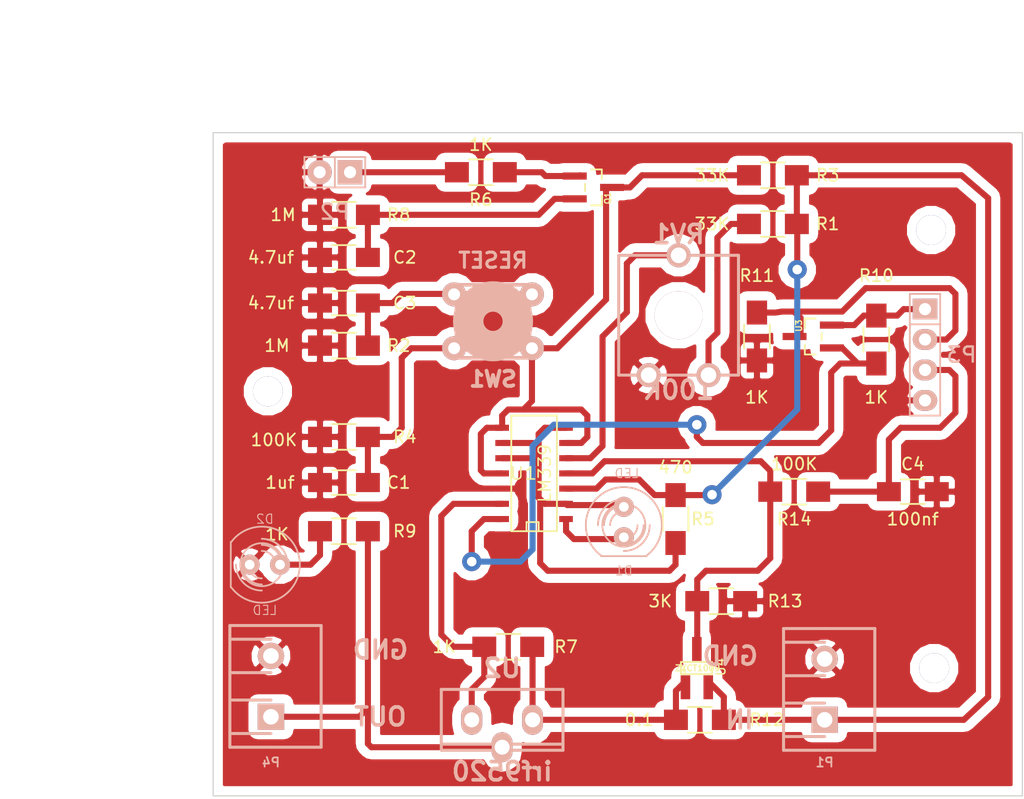
<source format=kicad_pcb>
(kicad_pcb (version 4) (host pcbnew "(2015-05-27 BZR 5685)-product")

  (general
    (links 63)
    (no_connects 0)
    (area 29.159999 27.889999 96.824001 83.362001)
    (thickness 1.6)
    (drawings 10)
    (tracks 184)
    (zones 0)
    (modules 34)
    (nets 21)
  )

  (page A4)
  (layers
    (0 F.Cu signal)
    (31 B.Cu signal hide)
    (32 B.Adhes user)
    (33 F.Adhes user)
    (34 B.Paste user)
    (35 F.Paste user)
    (36 B.SilkS user)
    (37 F.SilkS user)
    (38 B.Mask user)
    (39 F.Mask user)
    (40 Dwgs.User user)
    (41 Cmts.User user)
    (42 Eco1.User user)
    (43 Eco2.User user)
    (44 Edge.Cuts user)
    (45 Margin user)
    (46 B.CrtYd user)
    (47 F.CrtYd user)
    (48 B.Fab user)
    (49 F.Fab user)
  )

  (setup
    (last_trace_width 0.508)
    (trace_clearance 0.508)
    (zone_clearance 0.762)
    (zone_45_only no)
    (trace_min 0.254)
    (segment_width 0.2)
    (edge_width 0.1)
    (via_size 1.6)
    (via_drill 0.8)
    (via_min_size 0.889)
    (via_min_drill 0.508)
    (uvia_size 0.508)
    (uvia_drill 0.127)
    (uvias_allowed no)
    (uvia_min_size 0.508)
    (uvia_min_drill 0.127)
    (pcb_text_width 0.3)
    (pcb_text_size 1.5 1.5)
    (mod_edge_width 0.15)
    (mod_text_size 1 1)
    (mod_text_width 0.15)
    (pad_size 2 2)
    (pad_drill 0)
    (pad_to_mask_clearance 0)
    (aux_axis_origin 0 0)
    (visible_elements 7FFFFF7F)
    (pcbplotparams
      (layerselection 0x200f0_80000001)
      (usegerberextensions false)
      (excludeedgelayer true)
      (linewidth 0.100000)
      (plotframeref false)
      (viasonmask true)
      (mode 1)
      (useauxorigin false)
      (hpglpennumber 1)
      (hpglpenspeed 20)
      (hpglpendiameter 15)
      (hpglpenoverlay 2)
      (psnegative false)
      (psa4output false)
      (plotreference true)
      (plotvalue true)
      (plotinvisibletext false)
      (padsonsilk true)
      (subtractmaskfromsilk false)
      (outputformat 1)
      (mirror false)
      (drillshape 0)
      (scaleselection 1)
      (outputdirectory OutPdf/))
  )

  (net 0 "")
  (net 1 /LP)
  (net 2 GND)
  (net 3 "Net-(C2-Pad1)")
  (net 4 "Net-(C3-Pad1)")
  (net 5 VF)
  (net 6 /LN)
  (net 7 "Net-(D1-Pad2)")
  (net 8 "Net-(D2-Pad1)")
  (net 9 VCC)
  (net 10 CRST)
  (net 11 V5)
  (net 12 ERR)
  (net 13 "Net-(R1-Pad2)")
  (net 14 /RSN)
  (net 15 "Net-(R7-Pad2)")
  (net 16 VCC_P)
  (net 17 "Net-(R10-Pad2)")
  (net 18 /VO)
  (net 19 /VREF)
  (net 20 "Net-(Q1-Pad1)")

  (net_class Default "This is the default net class."
    (clearance 0.508)
    (trace_width 0.508)
    (via_dia 1.6)
    (via_drill 0.8)
    (uvia_dia 0.508)
    (uvia_drill 0.127)
    (add_net /LN)
    (add_net /LP)
    (add_net /RSN)
    (add_net /VO)
    (add_net /VREF)
    (add_net CRST)
    (add_net ERR)
    (add_net GND)
    (add_net "Net-(C2-Pad1)")
    (add_net "Net-(C3-Pad1)")
    (add_net "Net-(D1-Pad2)")
    (add_net "Net-(D2-Pad1)")
    (add_net "Net-(Q1-Pad1)")
    (add_net "Net-(R1-Pad2)")
    (add_net "Net-(R10-Pad2)")
    (add_net "Net-(R7-Pad2)")
    (add_net V5)
    (add_net VCC)
    (add_net VCC_P)
    (add_net VF)
  )

  (module Capacitors_SMD:C_1206_HandSoldering (layer F.Cu) (tedit 5478E39D) (tstamp 5476262B)
    (at 40.132 57.15 180)
    (descr "Capacitor SMD 1206, hand soldering")
    (tags "capacitor 1206")
    (path /546903C8)
    (attr smd)
    (fp_text reference C1 (at -4.572 0 180) (layer F.SilkS)
      (effects (font (size 1 1) (thickness 0.15)))
    )
    (fp_text value 1uf (at 5.334 0 180) (layer F.SilkS)
      (effects (font (size 1 1) (thickness 0.15)))
    )
    (fp_line (start -3.3 -1.15) (end 3.3 -1.15) (layer F.CrtYd) (width 0.05))
    (fp_line (start -3.3 1.15) (end 3.3 1.15) (layer F.CrtYd) (width 0.05))
    (fp_line (start -3.3 -1.15) (end -3.3 1.15) (layer F.CrtYd) (width 0.05))
    (fp_line (start 3.3 -1.15) (end 3.3 1.15) (layer F.CrtYd) (width 0.05))
    (fp_line (start 1 -1.025) (end -1 -1.025) (layer F.SilkS) (width 0.15))
    (fp_line (start -1 1.025) (end 1 1.025) (layer F.SilkS) (width 0.15))
    (pad 1 smd rect (at -2 0 180) (size 2 1.6) (layers F.Cu F.Paste F.Mask)
      (net 1 /LP))
    (pad 2 smd rect (at 2 0 180) (size 2 1.6) (layers F.Cu F.Paste F.Mask)
      (net 2 GND))
    (model Capacitors_SMD/C_1206N.wrl
      (at (xyz 0 0 0))
      (scale (xyz 1 1 1))
      (rotate (xyz 0 0 0))
    )
  )

  (module Capacitors_SMD:C_1206_HandSoldering (layer F.Cu) (tedit 54778FDC) (tstamp 54762631)
    (at 40.132 38.354 180)
    (descr "Capacitor SMD 1206, hand soldering")
    (tags "capacitor 1206")
    (path /546A298D)
    (attr smd)
    (fp_text reference C2 (at -5.08 0 180) (layer F.SilkS)
      (effects (font (size 1 1) (thickness 0.15)))
    )
    (fp_text value 4.7uf (at 6.096 0 180) (layer F.SilkS)
      (effects (font (size 1 1) (thickness 0.15)))
    )
    (fp_line (start -3.3 -1.15) (end 3.3 -1.15) (layer F.CrtYd) (width 0.05))
    (fp_line (start -3.3 1.15) (end 3.3 1.15) (layer F.CrtYd) (width 0.05))
    (fp_line (start -3.3 -1.15) (end -3.3 1.15) (layer F.CrtYd) (width 0.05))
    (fp_line (start 3.3 -1.15) (end 3.3 1.15) (layer F.CrtYd) (width 0.05))
    (fp_line (start 1 -1.025) (end -1 -1.025) (layer F.SilkS) (width 0.15))
    (fp_line (start -1 1.025) (end 1 1.025) (layer F.SilkS) (width 0.15))
    (pad 1 smd rect (at -2 0 180) (size 2 1.6) (layers F.Cu F.Paste F.Mask)
      (net 3 "Net-(C2-Pad1)"))
    (pad 2 smd rect (at 2 0 180) (size 2 1.6) (layers F.Cu F.Paste F.Mask)
      (net 2 GND))
    (model Capacitors_SMD/C_1206N.wrl
      (at (xyz 0 0 0))
      (scale (xyz 1 1 1))
      (rotate (xyz 0 0 0))
    )
  )

  (module Capacitors_SMD:C_1206_HandSoldering (layer F.Cu) (tedit 54779048) (tstamp 54762637)
    (at 40.132 42.164 180)
    (descr "Capacitor SMD 1206, hand soldering")
    (tags "capacitor 1206")
    (path /5476114F)
    (attr smd)
    (fp_text reference C3 (at -5.08 0 180) (layer F.SilkS)
      (effects (font (size 1 1) (thickness 0.15)))
    )
    (fp_text value 4.7uf (at 6.096 0 180) (layer F.SilkS)
      (effects (font (size 1 1) (thickness 0.15)))
    )
    (fp_line (start -3.3 -1.15) (end 3.3 -1.15) (layer F.CrtYd) (width 0.05))
    (fp_line (start -3.3 1.15) (end 3.3 1.15) (layer F.CrtYd) (width 0.05))
    (fp_line (start -3.3 -1.15) (end -3.3 1.15) (layer F.CrtYd) (width 0.05))
    (fp_line (start 3.3 -1.15) (end 3.3 1.15) (layer F.CrtYd) (width 0.05))
    (fp_line (start 1 -1.025) (end -1 -1.025) (layer F.SilkS) (width 0.15))
    (fp_line (start -1 1.025) (end 1 1.025) (layer F.SilkS) (width 0.15))
    (pad 1 smd rect (at -2 0 180) (size 2 1.6) (layers F.Cu F.Paste F.Mask)
      (net 4 "Net-(C3-Pad1)"))
    (pad 2 smd rect (at 2 0 180) (size 2 1.6) (layers F.Cu F.Paste F.Mask)
      (net 2 GND))
    (model Capacitors_SMD/C_1206N.wrl
      (at (xyz 0 0 0))
      (scale (xyz 1 1 1))
      (rotate (xyz 0 0 0))
    )
  )

  (module Capacitors_SMD:C_1206_HandSoldering (layer F.Cu) (tedit 541A9C03) (tstamp 5476263D)
    (at 87.63 57.912)
    (descr "Capacitor SMD 1206, hand soldering")
    (tags "capacitor 1206")
    (path /54763A62)
    (attr smd)
    (fp_text reference C4 (at 0 -2.3) (layer F.SilkS)
      (effects (font (size 1 1) (thickness 0.15)))
    )
    (fp_text value 100nf (at 0 2.3) (layer F.SilkS)
      (effects (font (size 1 1) (thickness 0.15)))
    )
    (fp_line (start -3.3 -1.15) (end 3.3 -1.15) (layer F.CrtYd) (width 0.05))
    (fp_line (start -3.3 1.15) (end 3.3 1.15) (layer F.CrtYd) (width 0.05))
    (fp_line (start -3.3 -1.15) (end -3.3 1.15) (layer F.CrtYd) (width 0.05))
    (fp_line (start 3.3 -1.15) (end 3.3 1.15) (layer F.CrtYd) (width 0.05))
    (fp_line (start 1 -1.025) (end -1 -1.025) (layer F.SilkS) (width 0.15))
    (fp_line (start -1 1.025) (end 1 1.025) (layer F.SilkS) (width 0.15))
    (pad 1 smd rect (at -2 0) (size 2 1.6) (layers F.Cu F.Paste F.Mask)
      (net 5 VF))
    (pad 2 smd rect (at 2 0) (size 2 1.6) (layers F.Cu F.Paste F.Mask)
      (net 2 GND))
    (model Capacitors_SMD/C_1206N.wrl
      (at (xyz 0 0 0))
      (scale (xyz 1 1 1))
      (rotate (xyz 0 0 0))
    )
  )

  (module Pin_Headers:Pin_Header_Straight_1x02 (layer B.Cu) (tedit 547E04F7) (tstamp 54762655)
    (at 39.37 31.242 180)
    (descr "Through hole pin header")
    (tags "pin header")
    (path /54762C3F)
    (fp_text reference P2 (at 0 -3.302 180) (layer B.SilkS)
      (effects (font (size 1.27 1.27) (thickness 0.2032)) (justify mirror))
    )
    (fp_text value CONN_01X02 (at 0 0 360) (layer B.SilkS) hide
      (effects (font (size 1.27 1.27) (thickness 0.2032)) (justify mirror))
    )
    (fp_line (start 0 1.27) (end 0 -1.27) (layer B.SilkS) (width 0.15))
    (fp_line (start -2.54 1.27) (end -2.54 -1.27) (layer B.SilkS) (width 0.15))
    (fp_line (start -2.54 -1.27) (end 0 -1.27) (layer B.SilkS) (width 0.15))
    (fp_line (start 0 -1.27) (end 2.54 -1.27) (layer B.SilkS) (width 0.15))
    (fp_line (start 2.54 -1.27) (end 2.54 1.27) (layer B.SilkS) (width 0.15))
    (fp_line (start 2.54 1.27) (end -2.54 1.27) (layer B.SilkS) (width 0.15))
    (pad 1 thru_hole rect (at -1.27 0 180) (size 2.032 2.032) (drill 1.016) (layers *.Cu *.Mask B.SilkS)
      (net 10 CRST) (clearance -0.2))
    (pad 2 thru_hole oval (at 1.27 0 180) (size 2.032 2.032) (drill 1.016) (layers *.Cu *.Mask B.SilkS)
      (net 2 GND) (clearance -0.2))
    (model Pin_Headers.3dshapes/Pin_Header_Straight_1x02.wrl
      (at (xyz 0 0 0))
      (scale (xyz 1 1 1))
      (rotate (xyz 0 0 0))
    )
  )

  (module Pin_Headers:Pin_Header_Straight_1x04 (layer B.Cu) (tedit 5479E52F) (tstamp 5476265D)
    (at 88.646 46.482 270)
    (descr "Through hole pin header")
    (tags "pin header")
    (path /5476382A)
    (fp_text reference P3 (at 0 -3.048 540) (layer B.SilkS)
      (effects (font (size 1.27 1.27) (thickness 0.2032)) (justify mirror))
    )
    (fp_text value CONN_01X04 (at 0 0 270) (layer B.SilkS) hide
      (effects (font (size 1.27 1.27) (thickness 0.2032)) (justify mirror))
    )
    (fp_line (start -2.54 -1.27) (end 5.08 -1.27) (layer B.SilkS) (width 0.15))
    (fp_line (start -2.54 1.27) (end 5.08 1.27) (layer B.SilkS) (width 0.15))
    (fp_line (start -5.08 1.27) (end -2.54 1.27) (layer B.SilkS) (width 0.15))
    (fp_line (start 5.08 -1.27) (end 5.08 1.27) (layer B.SilkS) (width 0.15))
    (fp_line (start -2.54 1.27) (end -2.54 -1.27) (layer B.SilkS) (width 0.15))
    (fp_line (start -5.08 1.27) (end -5.08 -1.27) (layer B.SilkS) (width 0.15))
    (fp_line (start -5.08 -1.27) (end -2.54 -1.27) (layer B.SilkS) (width 0.15))
    (pad 1 thru_hole rect (at -3.81 0 270) (size 1.7272 2.032) (drill 1.016) (layers *.Cu *.Mask B.SilkS)
      (net 11 V5))
    (pad 2 thru_hole oval (at -1.27 0 270) (size 1.7272 2.032) (drill 1.016) (layers *.Cu *.Mask B.SilkS)
      (net 12 ERR))
    (pad 3 thru_hole oval (at 1.27 0 270) (size 1.7272 2.032) (drill 1.016) (layers *.Cu *.Mask B.SilkS)
      (net 5 VF))
    (pad 4 thru_hole oval (at 3.81 0 270) (size 1.7272 2.032) (drill 1.016) (layers *.Cu *.Mask B.SilkS)
      (net 2 GND))
    (model Pin_Headers.3dshapes/Pin_Header_Straight_1x04.wrl
      (at (xyz 0 0 0))
      (scale (xyz 1 1 1))
      (rotate (xyz 0 0 0))
    )
  )

  (module Resistors_SMD:R_1206_HandSoldering (layer F.Cu) (tedit 54779156) (tstamp 547793B6)
    (at 75.946 35.56 180)
    (descr "Resistor SMD 1206, hand soldering")
    (tags "resistor 1206")
    (path /5468F1D4)
    (attr smd)
    (fp_text reference R1 (at -4.572 0 360) (layer F.SilkS)
      (effects (font (size 1 1) (thickness 0.15)))
    )
    (fp_text value 33K (at 5.08 0 180) (layer F.SilkS)
      (effects (font (size 1 1) (thickness 0.15)))
    )
    (fp_line (start -3.3 -1.2) (end 3.3 -1.2) (layer F.CrtYd) (width 0.05))
    (fp_line (start -3.3 1.2) (end 3.3 1.2) (layer F.CrtYd) (width 0.05))
    (fp_line (start -3.3 -1.2) (end -3.3 1.2) (layer F.CrtYd) (width 0.05))
    (fp_line (start 3.3 -1.2) (end 3.3 1.2) (layer F.CrtYd) (width 0.05))
    (fp_line (start 1 1.075) (end -1 1.075) (layer F.SilkS) (width 0.15))
    (fp_line (start -1 -1.075) (end 1 -1.075) (layer F.SilkS) (width 0.15))
    (pad 1 smd rect (at -2 0 180) (size 2 1.7) (layers F.Cu F.Paste F.Mask)
      (net 9 VCC))
    (pad 2 smd rect (at 2 0 180) (size 2 1.7) (layers F.Cu F.Paste F.Mask)
      (net 13 "Net-(R1-Pad2)"))
    (model Resistors_SMD/R_1206.wrl
      (at (xyz 0 0 0))
      (scale (xyz 1 1 1))
      (rotate (xyz 0 0 0))
    )
  )

  (module Resistors_SMD:R_1206_HandSoldering (layer F.Cu) (tedit 54778FF3) (tstamp 54762672)
    (at 40.132 45.72 180)
    (descr "Resistor SMD 1206, hand soldering")
    (tags "resistor 1206")
    (path /54761143)
    (attr smd)
    (fp_text reference R2 (at -4.572 0 180) (layer F.SilkS)
      (effects (font (size 1 1) (thickness 0.15)))
    )
    (fp_text value 1M (at 5.588 0 180) (layer F.SilkS)
      (effects (font (size 1 1) (thickness 0.15)))
    )
    (fp_line (start -3.3 -1.2) (end 3.3 -1.2) (layer F.CrtYd) (width 0.05))
    (fp_line (start -3.3 1.2) (end 3.3 1.2) (layer F.CrtYd) (width 0.05))
    (fp_line (start -3.3 -1.2) (end -3.3 1.2) (layer F.CrtYd) (width 0.05))
    (fp_line (start 3.3 -1.2) (end 3.3 1.2) (layer F.CrtYd) (width 0.05))
    (fp_line (start 1 1.075) (end -1 1.075) (layer F.SilkS) (width 0.15))
    (fp_line (start -1 -1.075) (end 1 -1.075) (layer F.SilkS) (width 0.15))
    (pad 1 smd rect (at -2 0 180) (size 2 1.7) (layers F.Cu F.Paste F.Mask)
      (net 4 "Net-(C3-Pad1)"))
    (pad 2 smd rect (at 2 0 180) (size 2 1.7) (layers F.Cu F.Paste F.Mask)
      (net 2 GND))
    (model Resistors_SMD/R_1206.wrl
      (at (xyz 0 0 0))
      (scale (xyz 1 1 1))
      (rotate (xyz 0 0 0))
    )
  )

  (module Resistors_SMD:R_1206_HandSoldering (layer F.Cu) (tedit 54779161) (tstamp 54762678)
    (at 75.946 31.496 180)
    (descr "Resistor SMD 1206, hand soldering")
    (tags "resistor 1206")
    (path /5468F219)
    (attr smd)
    (fp_text reference R3 (at -4.572 0 180) (layer F.SilkS)
      (effects (font (size 1 1) (thickness 0.15)))
    )
    (fp_text value 33K (at 5.08 0 180) (layer F.SilkS)
      (effects (font (size 1 1) (thickness 0.15)))
    )
    (fp_line (start -3.3 -1.2) (end 3.3 -1.2) (layer F.CrtYd) (width 0.05))
    (fp_line (start -3.3 1.2) (end 3.3 1.2) (layer F.CrtYd) (width 0.05))
    (fp_line (start -3.3 -1.2) (end -3.3 1.2) (layer F.CrtYd) (width 0.05))
    (fp_line (start 3.3 -1.2) (end 3.3 1.2) (layer F.CrtYd) (width 0.05))
    (fp_line (start 1 1.075) (end -1 1.075) (layer F.SilkS) (width 0.15))
    (fp_line (start -1 -1.075) (end 1 -1.075) (layer F.SilkS) (width 0.15))
    (pad 1 smd rect (at -2 0 180) (size 2 1.7) (layers F.Cu F.Paste F.Mask)
      (net 9 VCC))
    (pad 2 smd rect (at 2 0 180) (size 2 1.7) (layers F.Cu F.Paste F.Mask)
      (net 1 /LP))
    (model Resistors_SMD/R_1206.wrl
      (at (xyz 0 0 0))
      (scale (xyz 1 1 1))
      (rotate (xyz 0 0 0))
    )
  )

  (module Resistors_SMD:R_1206_HandSoldering (layer F.Cu) (tedit 5478E3A7) (tstamp 5476267E)
    (at 40.132 53.34 180)
    (descr "Resistor SMD 1206, hand soldering")
    (tags "resistor 1206")
    (path /5468F2CB)
    (attr smd)
    (fp_text reference R4 (at -5.08 0 180) (layer F.SilkS)
      (effects (font (size 1 1) (thickness 0.15)))
    )
    (fp_text value 100K (at 5.842 -0.254 180) (layer F.SilkS)
      (effects (font (size 1 1) (thickness 0.15)))
    )
    (fp_line (start -3.3 -1.2) (end 3.3 -1.2) (layer F.CrtYd) (width 0.05))
    (fp_line (start -3.3 1.2) (end 3.3 1.2) (layer F.CrtYd) (width 0.05))
    (fp_line (start -3.3 -1.2) (end -3.3 1.2) (layer F.CrtYd) (width 0.05))
    (fp_line (start 3.3 -1.2) (end 3.3 1.2) (layer F.CrtYd) (width 0.05))
    (fp_line (start 1 1.075) (end -1 1.075) (layer F.SilkS) (width 0.15))
    (fp_line (start -1 -1.075) (end 1 -1.075) (layer F.SilkS) (width 0.15))
    (pad 1 smd rect (at -2 0 180) (size 2 1.7) (layers F.Cu F.Paste F.Mask)
      (net 1 /LP))
    (pad 2 smd rect (at 2 0 180) (size 2 1.7) (layers F.Cu F.Paste F.Mask)
      (net 2 GND))
    (model Resistors_SMD/R_1206.wrl
      (at (xyz 0 0 0))
      (scale (xyz 1 1 1))
      (rotate (xyz 0 0 0))
    )
  )

  (module Resistors_SMD:R_1206_HandSoldering (layer F.Cu) (tedit 547E05B5) (tstamp 54762684)
    (at 67.818 60.198 270)
    (descr "Resistor SMD 1206, hand soldering")
    (tags "resistor 1206")
    (path /5468F190)
    (attr smd)
    (fp_text reference R5 (at 0 -2.286 360) (layer F.SilkS)
      (effects (font (size 1 1) (thickness 0.15)))
    )
    (fp_text value 470 (at -4.318 0 360) (layer F.SilkS)
      (effects (font (size 1 1) (thickness 0.15)))
    )
    (fp_line (start -3.3 -1.2) (end 3.3 -1.2) (layer F.CrtYd) (width 0.05))
    (fp_line (start -3.3 1.2) (end 3.3 1.2) (layer F.CrtYd) (width 0.05))
    (fp_line (start -3.3 -1.2) (end -3.3 1.2) (layer F.CrtYd) (width 0.05))
    (fp_line (start 3.3 -1.2) (end 3.3 1.2) (layer F.CrtYd) (width 0.05))
    (fp_line (start 1 1.075) (end -1 1.075) (layer F.SilkS) (width 0.15))
    (fp_line (start -1 -1.075) (end 1 -1.075) (layer F.SilkS) (width 0.15))
    (pad 1 smd rect (at -2 0 270) (size 2 1.7) (layers F.Cu F.Paste F.Mask)
      (net 9 VCC))
    (pad 2 smd rect (at 2 0 270) (size 2 1.7) (layers F.Cu F.Paste F.Mask)
      (net 6 /LN))
    (model Resistors_SMD/R_1206.wrl
      (at (xyz 0 0 0))
      (scale (xyz 1 1 1))
      (rotate (xyz 0 0 0))
    )
  )

  (module Resistors_SMD:R_1206_HandSoldering (layer F.Cu) (tedit 5418A20D) (tstamp 5476268A)
    (at 51.562 31.242 180)
    (descr "Resistor SMD 1206, hand soldering")
    (tags "resistor 1206")
    (path /546A351A)
    (attr smd)
    (fp_text reference R6 (at 0 -2.3 180) (layer F.SilkS)
      (effects (font (size 1 1) (thickness 0.15)))
    )
    (fp_text value 1K (at 0 2.3 180) (layer F.SilkS)
      (effects (font (size 1 1) (thickness 0.15)))
    )
    (fp_line (start -3.3 -1.2) (end 3.3 -1.2) (layer F.CrtYd) (width 0.05))
    (fp_line (start -3.3 1.2) (end 3.3 1.2) (layer F.CrtYd) (width 0.05))
    (fp_line (start -3.3 -1.2) (end -3.3 1.2) (layer F.CrtYd) (width 0.05))
    (fp_line (start 3.3 -1.2) (end 3.3 1.2) (layer F.CrtYd) (width 0.05))
    (fp_line (start 1 1.075) (end -1 1.075) (layer F.SilkS) (width 0.15))
    (fp_line (start -1 -1.075) (end 1 -1.075) (layer F.SilkS) (width 0.15))
    (pad 1 smd rect (at -2 0 180) (size 2 1.7) (layers F.Cu F.Paste F.Mask)
      (net 20 "Net-(Q1-Pad1)"))
    (pad 2 smd rect (at 2 0 180) (size 2 1.7) (layers F.Cu F.Paste F.Mask)
      (net 10 CRST))
    (model Resistors_SMD/R_1206.wrl
      (at (xyz 0 0 0))
      (scale (xyz 1 1 1))
      (rotate (xyz 0 0 0))
    )
  )

  (module Resistors_SMD:R_1206_HandSoldering (layer F.Cu) (tedit 547E0554) (tstamp 54762690)
    (at 53.848 70.866 180)
    (descr "Resistor SMD 1206, hand soldering")
    (tags "resistor 1206")
    (path /5468FFCC)
    (attr smd)
    (fp_text reference R7 (at -4.826 0 180) (layer F.SilkS)
      (effects (font (size 1 1) (thickness 0.15)))
    )
    (fp_text value 1K (at 5.334 0 180) (layer F.SilkS)
      (effects (font (size 1 1) (thickness 0.15)))
    )
    (fp_line (start -3.3 -1.2) (end 3.3 -1.2) (layer F.CrtYd) (width 0.05))
    (fp_line (start -3.3 1.2) (end 3.3 1.2) (layer F.CrtYd) (width 0.05))
    (fp_line (start -3.3 -1.2) (end -3.3 1.2) (layer F.CrtYd) (width 0.05))
    (fp_line (start 3.3 -1.2) (end 3.3 1.2) (layer F.CrtYd) (width 0.05))
    (fp_line (start 1 1.075) (end -1 1.075) (layer F.SilkS) (width 0.15))
    (fp_line (start -1 -1.075) (end 1 -1.075) (layer F.SilkS) (width 0.15))
    (pad 1 smd rect (at -2 0 180) (size 2 1.7) (layers F.Cu F.Paste F.Mask)
      (net 14 /RSN))
    (pad 2 smd rect (at 2 0 180) (size 2 1.7) (layers F.Cu F.Paste F.Mask)
      (net 15 "Net-(R7-Pad2)"))
    (model Resistors_SMD/R_1206.wrl
      (at (xyz 0 0 0))
      (scale (xyz 1 1 1))
      (rotate (xyz 0 0 0))
    )
  )

  (module Resistors_SMD:R_1206_HandSoldering (layer F.Cu) (tedit 54778FD5) (tstamp 54762696)
    (at 40.132 34.798 180)
    (descr "Resistor SMD 1206, hand soldering")
    (tags "resistor 1206")
    (path /546A2980)
    (attr smd)
    (fp_text reference R8 (at -4.572 0 180) (layer F.SilkS)
      (effects (font (size 1 1) (thickness 0.15)))
    )
    (fp_text value 1M (at 5.08 0 180) (layer F.SilkS)
      (effects (font (size 1 1) (thickness 0.15)))
    )
    (fp_line (start -3.3 -1.2) (end 3.3 -1.2) (layer F.CrtYd) (width 0.05))
    (fp_line (start -3.3 1.2) (end 3.3 1.2) (layer F.CrtYd) (width 0.05))
    (fp_line (start -3.3 -1.2) (end -3.3 1.2) (layer F.CrtYd) (width 0.05))
    (fp_line (start 3.3 -1.2) (end 3.3 1.2) (layer F.CrtYd) (width 0.05))
    (fp_line (start 1 1.075) (end -1 1.075) (layer F.SilkS) (width 0.15))
    (fp_line (start -1 -1.075) (end 1 -1.075) (layer F.SilkS) (width 0.15))
    (pad 1 smd rect (at -2 0 180) (size 2 1.7) (layers F.Cu F.Paste F.Mask)
      (net 3 "Net-(C2-Pad1)"))
    (pad 2 smd rect (at 2 0 180) (size 2 1.7) (layers F.Cu F.Paste F.Mask)
      (net 2 GND))
    (model Resistors_SMD/R_1206.wrl
      (at (xyz 0 0 0))
      (scale (xyz 1 1 1))
      (rotate (xyz 0 0 0))
    )
  )

  (module Resistors_SMD:R_1206_HandSoldering (layer F.Cu) (tedit 5478E45E) (tstamp 5476269C)
    (at 40.132 61.214 180)
    (descr "Resistor SMD 1206, hand soldering")
    (tags "resistor 1206")
    (path /546906EE)
    (attr smd)
    (fp_text reference R9 (at -5.08 0 180) (layer F.SilkS)
      (effects (font (size 1 1) (thickness 0.15)))
    )
    (fp_text value 1K (at 5.588 -0.254 180) (layer F.SilkS)
      (effects (font (size 1 1) (thickness 0.15)))
    )
    (fp_line (start -3.3 -1.2) (end 3.3 -1.2) (layer F.CrtYd) (width 0.05))
    (fp_line (start -3.3 1.2) (end 3.3 1.2) (layer F.CrtYd) (width 0.05))
    (fp_line (start -3.3 -1.2) (end -3.3 1.2) (layer F.CrtYd) (width 0.05))
    (fp_line (start 3.3 -1.2) (end 3.3 1.2) (layer F.CrtYd) (width 0.05))
    (fp_line (start 1 1.075) (end -1 1.075) (layer F.SilkS) (width 0.15))
    (fp_line (start -1 -1.075) (end 1 -1.075) (layer F.SilkS) (width 0.15))
    (pad 1 smd rect (at -2 0 180) (size 2 1.7) (layers F.Cu F.Paste F.Mask)
      (net 16 VCC_P))
    (pad 2 smd rect (at 2 0 180) (size 2 1.7) (layers F.Cu F.Paste F.Mask)
      (net 8 "Net-(D2-Pad1)"))
    (model Resistors_SMD/R_1206.wrl
      (at (xyz 0 0 0))
      (scale (xyz 1 1 1))
      (rotate (xyz 0 0 0))
    )
  )

  (module Resistors_SMD:R_1206_HandSoldering (layer F.Cu) (tedit 547E05BC) (tstamp 547626A2)
    (at 84.582 45.212 270)
    (descr "Resistor SMD 1206, hand soldering")
    (tags "resistor 1206")
    (path /546B5C81)
    (attr smd)
    (fp_text reference R10 (at -5.334 0 360) (layer F.SilkS)
      (effects (font (size 1 1) (thickness 0.15)))
    )
    (fp_text value 1K (at 4.826 0 360) (layer F.SilkS)
      (effects (font (size 1 1) (thickness 0.15)))
    )
    (fp_line (start -3.3 -1.2) (end 3.3 -1.2) (layer F.CrtYd) (width 0.05))
    (fp_line (start -3.3 1.2) (end 3.3 1.2) (layer F.CrtYd) (width 0.05))
    (fp_line (start -3.3 -1.2) (end -3.3 1.2) (layer F.CrtYd) (width 0.05))
    (fp_line (start 3.3 -1.2) (end 3.3 1.2) (layer F.CrtYd) (width 0.05))
    (fp_line (start 1 1.075) (end -1 1.075) (layer F.SilkS) (width 0.15))
    (fp_line (start -1 -1.075) (end 1 -1.075) (layer F.SilkS) (width 0.15))
    (pad 1 smd rect (at -2 0 270) (size 2 1.7) (layers F.Cu F.Paste F.Mask)
      (net 11 V5))
    (pad 2 smd rect (at 2 0 270) (size 2 1.7) (layers F.Cu F.Paste F.Mask)
      (net 17 "Net-(R10-Pad2)"))
    (model Resistors_SMD/R_1206.wrl
      (at (xyz 0 0 0))
      (scale (xyz 1 1 1))
      (rotate (xyz 0 0 0))
    )
  )

  (module Resistors_SMD:R_1206_HandSoldering (layer F.Cu) (tedit 547E05BA) (tstamp 5491AA09)
    (at 74.6125 44.958 270)
    (descr "Resistor SMD 1206, hand soldering")
    (tags "resistor 1206")
    (path /546B5C87)
    (attr smd)
    (fp_text reference R11 (at -5.08 0 360) (layer F.SilkS)
      (effects (font (size 1 1) (thickness 0.15)))
    )
    (fp_text value 1K (at 5.08 0 360) (layer F.SilkS)
      (effects (font (size 1 1) (thickness 0.15)))
    )
    (fp_line (start -3.3 -1.2) (end 3.3 -1.2) (layer F.CrtYd) (width 0.05))
    (fp_line (start -3.3 1.2) (end 3.3 1.2) (layer F.CrtYd) (width 0.05))
    (fp_line (start -3.3 -1.2) (end -3.3 1.2) (layer F.CrtYd) (width 0.05))
    (fp_line (start 3.3 -1.2) (end 3.3 1.2) (layer F.CrtYd) (width 0.05))
    (fp_line (start 1 1.075) (end -1 1.075) (layer F.SilkS) (width 0.15))
    (fp_line (start -1 -1.075) (end 1 -1.075) (layer F.SilkS) (width 0.15))
    (pad 1 smd rect (at -2 0 270) (size 2 1.7) (layers F.Cu F.Paste F.Mask)
      (net 12 ERR))
    (pad 2 smd rect (at 2 0 270) (size 2 1.7) (layers F.Cu F.Paste F.Mask)
      (net 2 GND))
    (model Resistors_SMD/R_1206.wrl
      (at (xyz 0 0 0))
      (scale (xyz 1 1 1))
      (rotate (xyz 0 0 0))
    )
  )

  (module SMD_Packages:SOIC-14_W (layer F.Cu) (tedit 54772143) (tstamp 5477222B)
    (at 55.88 56.388 90)
    (descr "module CMS SOJ 14 pins etroit")
    (tags "CMS SOJ")
    (path /5468EF6C)
    (attr smd)
    (fp_text reference U1 (at 0 -0.762 180) (layer F.SilkS)
      (effects (font (size 1.016 1.143) (thickness 0.127)))
    )
    (fp_text value LM339 (at 0 1.016 90) (layer F.SilkS)
      (effects (font (size 1.016 1.016) (thickness 0.127)))
    )
    (fp_line (start -4.826 -1.778) (end 4.826 -1.778) (layer F.SilkS) (width 0.15))
    (fp_line (start 4.826 -1.778) (end 4.826 2.032) (layer F.SilkS) (width 0.15))
    (fp_line (start 4.826 2.032) (end -4.826 2.032) (layer F.SilkS) (width 0.15))
    (fp_line (start -4.826 2.032) (end -4.826 -1.778) (layer F.SilkS) (width 0.15))
    (fp_line (start -4.826 -0.508) (end -4.064 -0.508) (layer F.SilkS) (width 0.15))
    (fp_line (start -4.064 -0.508) (end -4.064 0.508) (layer F.SilkS) (width 0.15))
    (fp_line (start -4.064 0.508) (end -4.826 0.508) (layer F.SilkS) (width 0.15))
    (pad 1 smd rect (at -3.81 2.794 90) (size 0.508 1.143) (layers F.Cu F.Paste F.Mask)
      (net 7 "Net-(D1-Pad2)"))
    (pad 2 smd rect (at -2.54 2.794 90) (size 0.508 1.143) (layers F.Cu F.Paste F.Mask)
      (net 6 /LN))
    (pad 3 smd rect (at -1.27 2.794 90) (size 0.508 1.143) (layers F.Cu F.Paste F.Mask)
      (net 9 VCC))
    (pad 4 smd rect (at 0 2.794 90) (size 0.508 1.143) (layers F.Cu F.Paste F.Mask)
      (net 18 /VO))
    (pad 5 smd rect (at 1.27 2.794 90) (size 0.508 1.143) (layers F.Cu F.Paste F.Mask)
      (net 19 /VREF))
    (pad 6 smd rect (at 2.54 2.794 90) (size 0.508 1.143) (layers F.Cu F.Paste F.Mask)
      (net 1 /LP))
    (pad 7 smd rect (at 3.81 2.794 90) (size 0.508 1.143) (layers F.Cu F.Paste F.Mask)
      (net 6 /LN))
    (pad 8 smd rect (at 3.81 -2.54 90) (size 0.508 1.143) (layers F.Cu F.Paste F.Mask)
      (net 1 /LP))
    (pad 9 smd rect (at 2.54 -2.54 90) (size 0.508 1.143) (layers F.Cu F.Paste F.Mask)
      (net 6 /LN))
    (pad 10 smd rect (at 1.27 -2.54 90) (size 0.508 1.143) (layers F.Cu F.Paste F.Mask)
      (net 6 /LN))
    (pad 11 smd rect (at 0 -2.54 90) (size 0.508 1.143) (layers F.Cu F.Paste F.Mask)
      (net 1 /LP))
    (pad 12 smd rect (at -1.27 -2.54 90) (size 0.508 1.143) (layers F.Cu F.Paste F.Mask)
      (net 2 GND))
    (pad 13 smd rect (at -2.54 -2.54 90) (size 0.508 1.143) (layers F.Cu F.Paste F.Mask)
      (net 15 "Net-(R7-Pad2)"))
    (pad 14 smd rect (at -3.81 -2.54 90) (size 0.508 1.143) (layers F.Cu F.Paste F.Mask)
      (net 17 "Net-(R10-Pad2)"))
    (model smd/cms_so14.wrl
      (at (xyz 0 0 0))
      (scale (xyz 0.5 0.3 0.5))
      (rotate (xyz 0 0 0))
    )
  )

  (module SMD_Packages:SOT-23 (layer F.Cu) (tedit 5491A2D7) (tstamp 547626ED)
    (at 69.596 72.644)
    (tags SOT23)
    (path /54761F04)
    (fp_text reference U4 (at 1.99898 -0.09906 90) (layer F.SilkS)
      (effects (font (size 0.762 0.762) (thickness 0.11938)))
    )
    (fp_text value ZXCT1009 (at 0.0635 0) (layer F.SilkS)
      (effects (font (size 0.50038 0.50038) (thickness 0.09906)))
    )
    (fp_circle (center -1.17602 0.35052) (end -1.30048 0.44958) (layer F.SilkS) (width 0.15))
    (fp_line (start 1.27 -0.508) (end 1.27 0.508) (layer F.SilkS) (width 0.15))
    (fp_line (start -1.3335 -0.508) (end -1.3335 0.508) (layer F.SilkS) (width 0.15))
    (fp_line (start 1.27 0.508) (end -1.3335 0.508) (layer F.SilkS) (width 0.15))
    (fp_line (start -1.3335 -0.508) (end 1.27 -0.508) (layer F.SilkS) (width 0.15))
    (pad 3 smd rect (at 0 -1.09982) (size 0.8001 2.00076) (drill (offset 0 -0.5)) (layers F.Cu F.Paste F.Mask)
      (net 18 /VO))
    (pad 2 smd rect (at 0.9525 1.09982) (size 0.8001 2.00076) (drill (offset 0 0.5)) (layers F.Cu F.Paste F.Mask)
      (net 9 VCC))
    (pad 1 smd rect (at -0.9525 1.09982) (size 0.8001 2.00076) (drill (offset 0 0.5)) (layers F.Cu F.Paste F.Mask)
      (net 14 /RSN))
    (model smd\SOT23_3.wrl
      (at (xyz 0 0 0))
      (scale (xyz 0.4 0.4 0.4))
      (rotate (xyz 0 0 180))
    )
  )

  (module Resistors_SMD:R_1206_HandSoldering (layer F.Cu) (tedit 547E0564) (tstamp 547718FD)
    (at 69.85 76.962)
    (descr "Resistor SMD 1206, hand soldering")
    (tags "resistor 1206")
    (path /54762753)
    (attr smd)
    (fp_text reference R12 (at 5.588 0) (layer F.SilkS)
      (effects (font (size 1 1) (thickness 0.15)))
    )
    (fp_text value 0.1 (at -5.08 0) (layer F.SilkS)
      (effects (font (size 1 1) (thickness 0.15)))
    )
    (fp_line (start -3.3 -1.2) (end 3.3 -1.2) (layer F.CrtYd) (width 0.05))
    (fp_line (start -3.3 1.2) (end 3.3 1.2) (layer F.CrtYd) (width 0.05))
    (fp_line (start -3.3 -1.2) (end -3.3 1.2) (layer F.CrtYd) (width 0.05))
    (fp_line (start 3.3 -1.2) (end 3.3 1.2) (layer F.CrtYd) (width 0.05))
    (fp_line (start 1 1.075) (end -1 1.075) (layer F.SilkS) (width 0.15))
    (fp_line (start -1 -1.075) (end 1 -1.075) (layer F.SilkS) (width 0.15))
    (pad 1 smd rect (at -2 0) (size 2 1.7) (layers F.Cu F.Paste F.Mask)
      (net 14 /RSN))
    (pad 2 smd rect (at 2 0) (size 2 1.7) (layers F.Cu F.Paste F.Mask)
      (net 9 VCC))
    (model Resistors_SMD/R_1206.wrl
      (at (xyz 0 0 0))
      (scale (xyz 1 1 1))
      (rotate (xyz 0 0 0))
    )
  )

  (module Resistors_SMD:R_1206_HandSoldering (layer F.Cu) (tedit 547E0570) (tstamp 54771908)
    (at 71.628 67.056)
    (descr "Resistor SMD 1206, hand soldering")
    (tags "resistor 1206")
    (path /54762B65)
    (attr smd)
    (fp_text reference R13 (at 5.334 0) (layer F.SilkS)
      (effects (font (size 1 1) (thickness 0.15)))
    )
    (fp_text value 3K (at -5.08 0) (layer F.SilkS)
      (effects (font (size 1 1) (thickness 0.15)))
    )
    (fp_line (start -3.3 -1.2) (end 3.3 -1.2) (layer F.CrtYd) (width 0.05))
    (fp_line (start -3.3 1.2) (end 3.3 1.2) (layer F.CrtYd) (width 0.05))
    (fp_line (start -3.3 -1.2) (end -3.3 1.2) (layer F.CrtYd) (width 0.05))
    (fp_line (start 3.3 -1.2) (end 3.3 1.2) (layer F.CrtYd) (width 0.05))
    (fp_line (start 1 1.075) (end -1 1.075) (layer F.SilkS) (width 0.15))
    (fp_line (start -1 -1.075) (end 1 -1.075) (layer F.SilkS) (width 0.15))
    (pad 1 smd rect (at -2 0) (size 2 1.7) (layers F.Cu F.Paste F.Mask)
      (net 18 /VO))
    (pad 2 smd rect (at 2 0) (size 2 1.7) (layers F.Cu F.Paste F.Mask)
      (net 2 GND))
    (model Resistors_SMD/R_1206.wrl
      (at (xyz 0 0 0))
      (scale (xyz 1 1 1))
      (rotate (xyz 0 0 0))
    )
  )

  (module Resistors_SMD:R_1206_HandSoldering (layer F.Cu) (tedit 5418A20D) (tstamp 54771913)
    (at 77.724 57.912 180)
    (descr "Resistor SMD 1206, hand soldering")
    (tags "resistor 1206")
    (path /54763951)
    (attr smd)
    (fp_text reference R14 (at 0 -2.3 180) (layer F.SilkS)
      (effects (font (size 1 1) (thickness 0.15)))
    )
    (fp_text value 100K (at 0 2.3 180) (layer F.SilkS)
      (effects (font (size 1 1) (thickness 0.15)))
    )
    (fp_line (start -3.3 -1.2) (end 3.3 -1.2) (layer F.CrtYd) (width 0.05))
    (fp_line (start -3.3 1.2) (end 3.3 1.2) (layer F.CrtYd) (width 0.05))
    (fp_line (start -3.3 -1.2) (end -3.3 1.2) (layer F.CrtYd) (width 0.05))
    (fp_line (start 3.3 -1.2) (end 3.3 1.2) (layer F.CrtYd) (width 0.05))
    (fp_line (start 1 1.075) (end -1 1.075) (layer F.SilkS) (width 0.15))
    (fp_line (start -1 -1.075) (end 1 -1.075) (layer F.SilkS) (width 0.15))
    (pad 1 smd rect (at -2 0 180) (size 2 1.7) (layers F.Cu F.Paste F.Mask)
      (net 5 VF))
    (pad 2 smd rect (at 2 0 180) (size 2 1.7) (layers F.Cu F.Paste F.Mask)
      (net 18 /VO))
    (model Resistors_SMD/R_1206.wrl
      (at (xyz 0 0 0))
      (scale (xyz 1 1 1))
      (rotate (xyz 0 0 0))
    )
  )

  (module w_switch:PCB_PUSH (layer B.Cu) (tedit 547E082D) (tstamp 54771929)
    (at 52.578 43.688 90)
    (descr "PCB pushbutton, Tyco FSM6x6 series")
    (tags pushbutton)
    (path /54761208)
    (fp_text reference SW1 (at -4.826 0 180) (layer B.SilkS)
      (effects (font (size 1.27 1.27) (thickness 0.3175)) (justify mirror))
    )
    (fp_text value RESET (at 5.08 0 180) (layer B.SilkS)
      (effects (font (size 1.27 1.27) (thickness 0.254)) (justify mirror))
    )
    (fp_line (start -3.048 3.048) (end 3.048 3.048) (layer B.SilkS) (width 0.3048))
    (fp_line (start 3.048 3.048) (end 3.048 -3.048) (layer B.SilkS) (width 0.3048))
    (fp_line (start 3.048 -3.048) (end -3.048 -3.048) (layer B.SilkS) (width 0.3048))
    (fp_line (start -3.048 -3.048) (end -3.048 3.048) (layer B.SilkS) (width 0.3048))
    (fp_circle (center 0 0) (end -0.762 -0.254) (layer B.SilkS) (width 2.54))
    (pad 1 thru_hole circle (at -2.25044 3.2512 90) (size 1.99898 1.99898) (drill 1.00076) (layers *.Cu *.Mask B.SilkS)
      (net 1 /LP))
    (pad 2 thru_hole circle (at 2.25044 -3.2512 90) (size 1.99898 1.99898) (drill 1.00076) (layers *.Cu *.Mask B.SilkS)
      (net 4 "Net-(C3-Pad1)"))
    (pad 4 thru_hole circle (at 2.25044 3.2512 90) (size 1.99898 1.99898) (drill 1.00076) (layers *.Cu *.Mask B.SilkS)
      (net 4 "Net-(C3-Pad1)"))
    (pad 3 thru_hole circle (at -2.25044 -3.2512 90) (size 1.99898 1.99898) (drill 1.00076) (layers *.Cu *.Mask B.SilkS)
      (net 1 /LP))
    (model walter/switch/pcb_push.wrl
      (at (xyz 0 0 0))
      (scale (xyz 1 1 1))
      (rotate (xyz 0 0 0))
    )
  )

  (module Transistors_SMD:sot23 (layer F.Cu) (tedit 5491A407) (tstamp 54771940)
    (at 79.3115 44.958 90)
    (descr SOT23)
    (path /546B5C7A)
    (attr smd)
    (fp_text reference U3 (at 0.9 -1.2 90) (layer F.SilkS)
      (effects (font (size 0.50038 0.50038) (thickness 0.09906)))
    )
    (fp_text value BSS84P (at 0 2.3 90) (layer F.SilkS) hide
      (effects (font (size 0.50038 0.50038) (thickness 0.09906)))
    )
    (fp_line (start -1.5 0.2) (end -1.5 -0.7) (layer F.SilkS) (width 0.15))
    (fp_line (start -1.5 -0.7) (end -0.7 -0.7) (layer F.SilkS) (width 0.15))
    (fp_line (start 1.5 0.2) (end 1.5 -0.7) (layer F.SilkS) (width 0.15))
    (fp_line (start 1.5 -0.7) (end 0.7 -0.7) (layer F.SilkS) (width 0.15))
    (fp_line (start 0.3 0.7) (end -0.3 0.7) (layer F.SilkS) (width 0.15))
    (pad 1 smd rect (at -0.9525 1.05664 90) (size 0.59944 2.00076) (drill (offset 0 0.5)) (layers F.Cu F.Paste F.Mask)
      (net 17 "Net-(R10-Pad2)"))
    (pad 3 smd rect (at 0 -1.05664 90) (size 0.59944 2.00076) (drill (offset 0 -0.5)) (layers F.Cu F.Paste F.Mask)
      (net 12 ERR))
    (pad 2 smd rect (at 0.9525 1.05664 90) (size 0.59944 2.00076) (drill (offset 0 0.5)) (layers F.Cu F.Paste F.Mask)
      (net 11 V5))
    (model smd/smd_transistors/sot23.wrl
      (at (xyz 0 0 0))
      (scale (xyz 1 1 1))
      (rotate (xyz 0 0 0))
    )
  )

  (module Connect-thru:1x2-SCREW-TERM_P200mil (layer B.Cu) (tedit 547E0514) (tstamp 54771E31)
    (at 80.264 74.422 90)
    (path /54762CB8)
    (fp_text reference P1 (at -6.096 0 180) (layer B.SilkS)
      (effects (font (size 0.762 0.762) (thickness 0.1524)) (justify mirror))
    )
    (fp_text value CONN_01X02 (at 0 0 90) (layer B.SilkS) hide
      (effects (font (size 0.762 0.762) (thickness 0.1524)) (justify mirror))
    )
    (fp_line (start 3.937 0) (end 3.937 -3.429) (layer B.SilkS) (width 0.254))
    (fp_line (start 1.143 0) (end 1.143 -3.429) (layer B.SilkS) (width 0.254))
    (fp_line (start -3.937 0) (end -3.937 -3.429) (layer B.SilkS) (width 0.254))
    (fp_line (start -1.143 0) (end -1.143 -3.429) (layer B.SilkS) (width 0.254))
    (fp_line (start 5.08 0) (end 5.08 -3.429) (layer B.SilkS) (width 0.254))
    (fp_line (start 5.08 -3.429) (end -5.08 -3.429) (layer B.SilkS) (width 0.254))
    (fp_line (start -5.08 -3.429) (end -5.08 0) (layer B.SilkS) (width 0.254))
    (fp_line (start -5.08 0) (end -5.08 4.191) (layer B.SilkS) (width 0.254))
    (fp_line (start -5.08 4.191) (end 5.08 4.191) (layer B.SilkS) (width 0.254))
    (fp_line (start 5.08 4.191) (end 5.08 0) (layer B.SilkS) (width 0.254))
    (pad 1 thru_hole rect (at -2.54 0 90) (size 2.2 2.2) (drill 1.3) (layers *.Cu *.Mask B.SilkS)
      (net 9 VCC))
    (pad 2 thru_hole circle (at 2.54 0 90) (size 2.2 2.2) (drill 1.3) (layers *.Cu *.Mask B.SilkS)
      (net 2 GND))
    (model walter/conn_mkds/mkds_1,5-2.wrl
      (at (xyz 0 0 0))
      (scale (xyz 1 1 1))
      (rotate (xyz 0 0 180))
    )
  )

  (module Connect-thru:1x2-SCREW-TERM_P200mil (layer B.Cu) (tedit 547E0503) (tstamp 54771E3B)
    (at 34.036 74.168 90)
    (path /54771D97)
    (fp_text reference P4 (at -6.35 0 180) (layer B.SilkS)
      (effects (font (size 0.762 0.762) (thickness 0.1524)) (justify mirror))
    )
    (fp_text value CONN_01X02 (at 0 0 90) (layer B.SilkS) hide
      (effects (font (size 0.762 0.762) (thickness 0.1524)) (justify mirror))
    )
    (fp_line (start 3.937 0) (end 3.937 -3.429) (layer B.SilkS) (width 0.254))
    (fp_line (start 1.143 0) (end 1.143 -3.429) (layer B.SilkS) (width 0.254))
    (fp_line (start -3.937 0) (end -3.937 -3.429) (layer B.SilkS) (width 0.254))
    (fp_line (start -1.143 0) (end -1.143 -3.429) (layer B.SilkS) (width 0.254))
    (fp_line (start 5.08 0) (end 5.08 -3.429) (layer B.SilkS) (width 0.254))
    (fp_line (start 5.08 -3.429) (end -5.08 -3.429) (layer B.SilkS) (width 0.254))
    (fp_line (start -5.08 -3.429) (end -5.08 0) (layer B.SilkS) (width 0.254))
    (fp_line (start -5.08 0) (end -5.08 4.191) (layer B.SilkS) (width 0.254))
    (fp_line (start -5.08 4.191) (end 5.08 4.191) (layer B.SilkS) (width 0.254))
    (fp_line (start 5.08 4.191) (end 5.08 0) (layer B.SilkS) (width 0.254))
    (pad 1 thru_hole rect (at -2.54 0 90) (size 2.2 2.2) (drill 1.3) (layers *.Cu *.Mask B.SilkS)
      (net 16 VCC_P))
    (pad 2 thru_hole circle (at 2.54 0 90) (size 2.2 2.2) (drill 1.3) (layers *.Cu *.Mask B.SilkS)
      (net 2 GND))
    (model walter/conn_mkds/mkds_1,5-2.wrl
      (at (xyz 0 0 0))
      (scale (xyz 1 1 1))
      (rotate (xyz 0 0 0))
    )
  )

  (module Transistors_SMD:sot23 (layer F.Cu) (tedit 5491A579) (tstamp 54771E3C)
    (at 60.96 32.512 270)
    (descr SOT23)
    (path /546A2BDF)
    (attr smd)
    (fp_text reference Q1 (at 0.9 -1.2 270) (layer F.SilkS)
      (effects (font (size 0.50038 0.50038) (thickness 0.09906)))
    )
    (fp_text value QBC849B (at 0 2.3 270) (layer F.SilkS) hide
      (effects (font (size 0.50038 0.50038) (thickness 0.09906)))
    )
    (fp_line (start -1.5 0.2) (end -1.5 -0.7) (layer F.SilkS) (width 0.15))
    (fp_line (start -1.5 -0.7) (end -0.7 -0.7) (layer F.SilkS) (width 0.15))
    (fp_line (start 1.5 0.2) (end 1.5 -0.7) (layer F.SilkS) (width 0.15))
    (fp_line (start 1.5 -0.7) (end 0.7 -0.7) (layer F.SilkS) (width 0.15))
    (fp_line (start 0.3 0.7) (end -0.3 0.7) (layer F.SilkS) (width 0.15))
    (pad 1 smd rect (at -0.9525 1.05664 270) (size 0.59944 2.00076) (drill (offset 0 0.5)) (layers F.Cu F.Paste F.Mask)
      (net 20 "Net-(Q1-Pad1)"))
    (pad 3 smd rect (at 0 -1.05664 270) (size 0.59944 2.00076) (drill (offset 0 -0.5)) (layers F.Cu F.Paste F.Mask)
      (net 1 /LP))
    (pad 2 smd rect (at 0.9525 1.05664 270) (size 0.59944 2.00076) (drill (offset 0 0.5)) (layers F.Cu F.Paste F.Mask)
      (net 3 "Net-(C2-Pad1)"))
    (model smd/smd_transistors/sot23.wrl
      (at (xyz 0 0 0))
      (scale (xyz 1 1 1))
      (rotate (xyz 0 0 0))
    )
  )

  (module LEDs:LED-5MM (layer B.Cu) (tedit 547E0529) (tstamp 547CAA99)
    (at 63.5 60.452 270)
    (descr "LED 5mm - Lead pitch 100mil (2,54mm)")
    (tags "LED led 5mm 5MM 100mil 2,54mm")
    (path /5468F10F)
    (fp_text reference D1 (at 4.064 0 360) (layer B.SilkS)
      (effects (font (size 0.762 0.762) (thickness 0.0889)) (justify mirror))
    )
    (fp_text value LED (at -4.064 -0.254 360) (layer B.SilkS)
      (effects (font (size 0.762 0.762) (thickness 0.0889)) (justify mirror))
    )
    (fp_line (start 2.8448 -1.905) (end 2.8448 1.905) (layer B.SilkS) (width 0.15))
    (fp_circle (center 0.254 0) (end -1.016 -1.27) (layer B.SilkS) (width 0.15))
    (fp_arc (start 0.254 0) (end 2.794 -1.905) (angle -286.2) (layer B.SilkS) (width 0.15))
    (fp_arc (start 0.254 0) (end -0.889 0) (angle -90) (layer B.SilkS) (width 0.15))
    (fp_arc (start 0.254 0) (end 1.397 0) (angle -90) (layer B.SilkS) (width 0.15))
    (fp_arc (start 0.254 0) (end -1.397 0) (angle -90) (layer B.SilkS) (width 0.15))
    (fp_arc (start 0.254 0) (end 1.905 0) (angle -90) (layer B.SilkS) (width 0.15))
    (fp_arc (start 0.254 0) (end -1.905 0) (angle -90) (layer B.SilkS) (width 0.15))
    (fp_arc (start 0.254 0) (end 2.413 0) (angle -90) (layer B.SilkS) (width 0.15))
    (pad 1 thru_hole circle (at -1.27 0 270) (size 1.6764 1.6764) (drill 0.8128) (layers *.Cu *.Mask B.SilkS)
      (net 6 /LN))
    (pad 2 thru_hole circle (at 1.27 0 270) (size 1.6764 1.6764) (drill 0.8128) (layers *.Cu *.Mask B.SilkS)
      (net 7 "Net-(D1-Pad2)"))
    (model discret/leds/led5_vertical_amarelo.wrl
      (at (xyz 0 0 0))
      (scale (xyz 1 1 1))
      (rotate (xyz 0 0 0))
    )
  )

  (module LEDs:LED-5MM (layer B.Cu) (tedit 547CA991) (tstamp 547CAA9E)
    (at 33.528 64.008 180)
    (descr "LED 5mm - Lead pitch 100mil (2,54mm)")
    (tags "LED led 5mm 5MM 100mil 2,54mm")
    (path /5469072B)
    (fp_text reference D2 (at 0 3.81 180) (layer B.SilkS)
      (effects (font (size 0.762 0.762) (thickness 0.0889)) (justify mirror))
    )
    (fp_text value LED (at 0 -3.81 180) (layer B.SilkS)
      (effects (font (size 0.762 0.762) (thickness 0.0889)) (justify mirror))
    )
    (fp_line (start 2.8448 -1.905) (end 2.8448 1.905) (layer B.SilkS) (width 0.15))
    (fp_circle (center 0.254 0) (end -1.016 -1.27) (layer B.SilkS) (width 0.15))
    (fp_arc (start 0.254 0) (end 2.794 -1.905) (angle -286.2) (layer B.SilkS) (width 0.15))
    (fp_arc (start 0.254 0) (end -0.889 0) (angle -90) (layer B.SilkS) (width 0.15))
    (fp_arc (start 0.254 0) (end 1.397 0) (angle -90) (layer B.SilkS) (width 0.15))
    (fp_arc (start 0.254 0) (end -1.397 0) (angle -90) (layer B.SilkS) (width 0.15))
    (fp_arc (start 0.254 0) (end 1.905 0) (angle -90) (layer B.SilkS) (width 0.15))
    (fp_arc (start 0.254 0) (end -1.905 0) (angle -90) (layer B.SilkS) (width 0.15))
    (fp_arc (start 0.254 0) (end 2.413 0) (angle -90) (layer B.SilkS) (width 0.15))
    (pad 1 thru_hole circle (at -1.27 0 180) (size 1.6764 1.6764) (drill 0.8128) (layers *.Cu *.Mask B.SilkS)
      (net 8 "Net-(D2-Pad1)"))
    (pad 2 thru_hole circle (at 1.27 0 180) (size 1.6764 1.6764) (drill 0.8128) (layers *.Cu *.Mask B.SilkS)
      (net 2 GND))
    (model discret/leds/led5_vertical_verde.wrl
      (at (xyz 0 0 0))
      (scale (xyz 1 1 1))
      (rotate (xyz 0 0 0))
    )
  )

  (module w_pth_resistors:trimmer_ecp_ca9-v10 (layer B.Cu) (tedit 4F0764C2) (tstamp 547CAAA3)
    (at 68.072 43.18)
    (descr "trimmer, ECP CA9 V10")
    (tags trimmer)
    (path /5475FE11)
    (fp_text reference RV1 (at 0 -6.74878) (layer B.SilkS)
      (effects (font (thickness 0.3048)) (justify mirror))
    )
    (fp_text value 100K (at 0 6.25094) (layer B.SilkS)
      (effects (font (thickness 0.3048)) (justify mirror))
    )
    (fp_line (start 0.50038 -0.24892) (end 0.50038 -1.00076) (layer B.SilkS) (width 0.254))
    (fp_line (start 0.50038 -1.00076) (end -0.50038 -1.00076) (layer B.SilkS) (width 0.254))
    (fp_line (start -0.50038 -1.00076) (end -0.50038 -0.24892) (layer B.SilkS) (width 0.254))
    (fp_line (start -0.50038 0.24892) (end -0.50038 1.00076) (layer B.SilkS) (width 0.254))
    (fp_line (start -0.50038 1.00076) (end 0.50038 1.00076) (layer B.SilkS) (width 0.254))
    (fp_line (start 0.50038 1.00076) (end 0.50038 0.24892) (layer B.SilkS) (width 0.254))
    (fp_line (start 0.50038 0.24892) (end 1.00076 0.24892) (layer B.SilkS) (width 0.254))
    (fp_line (start 1.00076 0.24892) (end 0.50038 -0.24892) (layer B.SilkS) (width 0.254))
    (fp_line (start -0.50038 -0.24892) (end -1.00076 0.24892) (layer B.SilkS) (width 0.254))
    (fp_line (start -1.00076 0.24892) (end -0.50038 0.24892) (layer B.SilkS) (width 0.254))
    (fp_circle (center 0 0) (end -1.50114 0) (layer B.SilkS) (width 0.254))
    (fp_line (start -5.00126 5.00126) (end -5.00126 -5.00126) (layer B.SilkS) (width 0.254))
    (fp_line (start -5.00126 -5.00126) (end 5.00126 -5.00126) (layer B.SilkS) (width 0.254))
    (fp_line (start 5.00126 -5.00126) (end 5.00126 5.00126) (layer B.SilkS) (width 0.254))
    (fp_line (start 5.00126 5.00126) (end -5.00126 5.00126) (layer B.SilkS) (width 0.254))
    (pad 1 thru_hole circle (at 2.49936 5.00126) (size 1.99898 1.99898) (drill 1.30048) (layers *.Cu *.Mask B.SilkS)
      (net 13 "Net-(R1-Pad2)"))
    (pad 2 thru_hole circle (at 0 -5.00126) (size 1.99898 1.99898) (drill 1.30048) (layers *.Cu *.Mask B.SilkS)
      (net 19 /VREF))
    (pad 3 thru_hole circle (at -2.49936 5.00126) (size 1.99898 1.99898) (drill 1.30048) (layers *.Cu *.Mask B.SilkS)
      (net 2 GND))
    (pad "" thru_hole circle (at 0 0) (size 4.0005 4.0005) (drill 4.0005) (layers *.Cu *.Mask B.SilkS))
    (model walter/pth_resistors/trimmer_ecp_ca9-v10.wrl
      (at (xyz 0 0 0))
      (scale (xyz 1 1 1))
      (rotate (xyz 0 0 0))
    )
  )

  (module w_mod_to:to220_std (layer B.Cu) (tedit 547CAC57) (tstamp 547CAAAA)
    (at 53.34 76.962)
    (descr "TO220, standard design witount bended pins")
    (path /5468FC5E)
    (fp_text reference U2 (at 0 -4.318) (layer B.SilkS)
      (effects (font (thickness 0.3048)) (justify mirror))
    )
    (fp_text value irf9520 (at 0 4.318) (layer B.SilkS)
      (effects (font (thickness 0.3048)) (justify mirror))
    )
    (fp_line (start -5.08 2.032) (end 5.08 2.032) (layer B.SilkS) (width 0.254))
    (fp_line (start -5.08 1.27) (end -5.08 -2.54) (layer B.SilkS) (width 0.254))
    (fp_line (start -5.08 -2.54) (end 5.08 -2.54) (layer B.SilkS) (width 0.254))
    (fp_line (start 5.08 -2.54) (end 5.08 2.54) (layer B.SilkS) (width 0.254))
    (fp_line (start 5.08 2.54) (end -5.08 2.54) (layer B.SilkS) (width 0.254))
    (fp_line (start -5.08 2.54) (end -5.08 1.27) (layer B.SilkS) (width 0.254))
    (pad 1 thru_hole oval (at 2.54 0) (size 1.74498 2.49936) (drill 1.24968) (layers *.Cu *.Mask B.SilkS)
      (net 14 /RSN))
    (pad 2 thru_hole oval (at 0 2.286) (size 1.74498 2.49936) (drill 1.24968) (layers *.Cu *.Mask B.SilkS)
      (net 16 VCC_P))
    (pad 3 thru_hole oval (at -2.54 0) (size 1.74498 2.49936) (drill 1.24968) (layers *.Cu *.Mask B.SilkS)
      (net 15 "Net-(R7-Pad2)"))
    (model walter/to/to220_std.wrl
      (at (xyz 0 0 0))
      (scale (xyz 1 1 1))
      (rotate (xyz 0 0 0))
    )
  )

  (module Mounting_Holes:MountingHole_2-5mm (layer F.Cu) (tedit 547E07F7) (tstamp 547E32D5)
    (at 89.408 72.644)
    (descr "Mounting hole, Befestigungsbohrung, 2,5mm, No Annular, Kein Restring,")
    (tags "Mounting hole, Befestigungsbohrung, 2,5mm, No Annular, Kein Restring,")
    (fp_text reference MH (at 0 -3.50012) (layer F.SilkS) hide
      (effects (font (thickness 0.3048)))
    )
    (fp_text value MountingHole_2-5mm_RevA_Date21Jun2010 (at 0.09906 3.59918) (layer F.SilkS) hide
      (effects (font (thickness 0.3048)))
    )
    (fp_circle (center 0 0) (end 2.49936 0) (layer Cmts.User) (width 0.381))
    (pad 1 thru_hole circle (at 0 0) (size 2.49936 2.49936) (drill 2.49936) (layers))
  )

  (module Mounting_Holes:MountingHole_2-5mm (layer F.Cu) (tedit 547E07F2) (tstamp 547E32DD)
    (at 89.154 36.068)
    (descr "Mounting hole, Befestigungsbohrung, 2,5mm, No Annular, Kein Restring,")
    (tags "Mounting hole, Befestigungsbohrung, 2,5mm, No Annular, Kein Restring,")
    (fp_text reference MH (at 0 -3.50012) (layer F.SilkS) hide
      (effects (font (thickness 0.3048)))
    )
    (fp_text value MountingHole_2-5mm_RevA_Date21Jun2010 (at 0.09906 3.59918) (layer F.SilkS) hide
      (effects (font (thickness 0.3048)))
    )
    (fp_circle (center 0 0) (end 2.49936 0) (layer Cmts.User) (width 0.381))
    (pad 1 thru_hole circle (at 0 0) (size 2.49936 2.49936) (drill 2.49936) (layers))
  )

  (module Mounting_Holes:MountingHole_2-5mm (layer F.Cu) (tedit 547E07EF) (tstamp 547E32E3)
    (at 33.782 49.53)
    (descr "Mounting hole, Befestigungsbohrung, 2,5mm, No Annular, Kein Restring,")
    (tags "Mounting hole, Befestigungsbohrung, 2,5mm, No Annular, Kein Restring,")
    (fp_text reference MH (at 5.334 0) (layer F.SilkS) hide
      (effects (font (thickness 0.3048)))
    )
    (fp_text value MountingHole_2-5mm_RevA_Date21Jun2010 (at 0.09906 3.59918) (layer F.SilkS) hide
      (effects (font (thickness 0.3048)))
    )
    (fp_circle (center 0 0) (end 2.49936 0) (layer Cmts.User) (width 0.381))
    (pad 1 thru_hole circle (at 0 0) (size 2.49936 2.49936) (drill 2.49936) (layers))
  )

  (gr_text OUT (at 43.18 76.708) (layer B.SilkS)
    (effects (font (size 1.5 1.5) (thickness 0.3)) (justify mirror))
  )
  (gr_text GND (at 72.39 71.628) (layer B.SilkS)
    (effects (font (size 1.5 1.5) (thickness 0.3)) (justify mirror))
  )
  (gr_text GND (at 43.18 71.12) (layer B.SilkS)
    (effects (font (size 1.5 1.5) (thickness 0.3)) (justify mirror))
  )
  (gr_text IN (at 73.152 76.962) (layer B.SilkS)
    (effects (font (size 1.5 1.5) (thickness 0.3)) (justify mirror))
  )
  (dimension 67.564 (width 0.3) (layer Margin)
    (gr_text "67.564 mm" (at 62.992 18.716) (layer Margin)
      (effects (font (size 1.5 1.5) (thickness 0.3)))
    )
    (feature1 (pts (xy 96.774 27.94) (xy 96.774 17.366)))
    (feature2 (pts (xy 29.21 27.94) (xy 29.21 17.366)))
    (crossbar (pts (xy 29.21 20.066) (xy 96.774 20.066)))
    (arrow1a (pts (xy 96.774 20.066) (xy 95.647496 20.652421)))
    (arrow1b (pts (xy 96.774 20.066) (xy 95.647496 19.479579)))
    (arrow2a (pts (xy 29.21 20.066) (xy 30.336504 20.652421)))
    (arrow2b (pts (xy 29.21 20.066) (xy 30.336504 19.479579)))
  )
  (dimension 55.372 (width 0.3) (layer Margin)
    (gr_text "55.372 mm" (at 17.7 55.626 270) (layer Margin)
      (effects (font (size 1.5 1.5) (thickness 0.3)))
    )
    (feature1 (pts (xy 29.21 83.312) (xy 16.35 83.312)))
    (feature2 (pts (xy 29.21 27.94) (xy 16.35 27.94)))
    (crossbar (pts (xy 19.05 27.94) (xy 19.05 83.312)))
    (arrow1a (pts (xy 19.05 83.312) (xy 18.463579 82.185496)))
    (arrow1b (pts (xy 19.05 83.312) (xy 19.636421 82.185496)))
    (arrow2a (pts (xy 19.05 27.94) (xy 18.463579 29.066504)))
    (arrow2b (pts (xy 19.05 27.94) (xy 19.636421 29.066504)))
  )
  (gr_line (start 29.21 83.312) (end 29.21 27.94) (angle 90) (layer Edge.Cuts) (width 0.1))
  (gr_line (start 96.774 83.312) (end 29.21 83.312) (angle 90) (layer Edge.Cuts) (width 0.1))
  (gr_line (start 96.774 27.94) (end 96.774 83.312) (angle 90) (layer Edge.Cuts) (width 0.1))
  (gr_line (start 29.21 27.94) (end 96.774 27.94) (angle 90) (layer Edge.Cuts) (width 0.1))

  (segment (start 55.8292 45.93844) (end 55.8292 50.3428) (width 0.508) (layer F.Cu) (net 1) (status 10))
  (segment (start 55.8292 45.93844) (end 57.94756 45.93844) (width 0.508) (layer F.Cu) (net 1) (status 10))
  (segment (start 44.958 46.736) (end 45.75556 45.93844) (width 0.508) (layer F.Cu) (net 1) (tstamp 5477958B))
  (segment (start 45.75556 45.93844) (end 49.3268 45.93844) (width 0.508) (layer F.Cu) (net 1) (tstamp 5477958D) (status 20))
  (segment (start 49.3268 45.93844) (end 55.8292 45.93844) (width 0.508) (layer F.Cu) (net 1) (status 30))
  (segment (start 57.94756 45.93844) (end 62.01664 41.86936) (width 0.508) (layer F.Cu) (net 1) (tstamp 5479E0E4))
  (segment (start 44.958 52.578) (end 44.958 46.736) (width 0.508) (layer F.Cu) (net 1) (tstamp 54779586))
  (segment (start 55.8292 50.3428) (end 55.118 51.054) (width 0.508) (layer F.Cu) (net 1) (tstamp 5479E0E9))
  (segment (start 62.01664 41.86936) (end 62.01664 32.512) (width 0.508) (layer F.Cu) (net 1) (tstamp 5479E0E5) (status 20))
  (segment (start 73.946 31.496) (end 65.024 31.496) (width 0.508) (layer F.Cu) (net 1) (status 10))
  (segment (start 64.008 32.512) (end 62.01664 32.512) (width 0.508) (layer F.Cu) (net 1) (status 20))
  (segment (start 64.008 32.512) (end 65.024 31.496) (width 0.508) (layer F.Cu) (net 1) (tstamp 547793EC))
  (segment (start 42.132 53.34) (end 42.132 57.15) (width 0.508) (layer F.Cu) (net 1) (status 30))
  (segment (start 44.196 53.34) (end 44.958 52.578) (width 0.508) (layer F.Cu) (net 1) (tstamp 54779582))
  (segment (start 42.132 53.34) (end 44.196 53.34) (width 0.508) (layer F.Cu) (net 1) (status 10))
  (segment (start 52.07 52.578) (end 53.34 52.578) (width 0.508) (layer F.Cu) (net 1) (tstamp 547795C6) (status 20))
  (segment (start 51.816 56.388) (end 51.562 56.134) (width 0.508) (layer F.Cu) (net 1) (tstamp 547795AC))
  (segment (start 51.562 56.134) (end 51.562 53.086) (width 0.508) (layer F.Cu) (net 1) (tstamp 547795B2))
  (segment (start 51.562 53.086) (end 52.07 52.578) (width 0.508) (layer F.Cu) (net 1) (tstamp 547795B4))
  (segment (start 53.34 56.388) (end 51.816 56.388) (width 0.508) (layer F.Cu) (net 1) (status 10))
  (segment (start 59.944 53.848) (end 60.452 53.34) (width 0.508) (layer F.Cu) (net 1) (tstamp 547795E5))
  (segment (start 60.452 53.34) (end 60.452 51.562) (width 0.508) (layer F.Cu) (net 1) (tstamp 547795E8))
  (segment (start 60.452 51.562) (end 59.944 51.054) (width 0.508) (layer F.Cu) (net 1) (tstamp 547795EB))
  (segment (start 59.944 51.054) (end 55.118 51.054) (width 0.508) (layer F.Cu) (net 1) (tstamp 547795EE))
  (segment (start 58.674 53.848) (end 59.944 53.848) (width 0.508) (layer F.Cu) (net 1) (status 10))
  (segment (start 55.118 51.054) (end 53.848 51.054) (width 0.508) (layer F.Cu) (net 1) (tstamp 5479E0ED))
  (segment (start 53.848 51.054) (end 53.34 51.562) (width 0.508) (layer F.Cu) (net 1) (tstamp 547795F7))
  (segment (start 53.34 51.562) (end 53.34 52.578) (width 0.508) (layer F.Cu) (net 1) (tstamp 547795FB) (status 20))
  (segment (start 59.90336 33.4645) (end 57.7215 33.4645) (width 0.508) (layer F.Cu) (net 3) (status 10))
  (segment (start 56.388 34.798) (end 42.132 34.798) (width 0.508) (layer F.Cu) (net 3) (tstamp 547CAEF2) (status 20))
  (segment (start 57.7215 33.4645) (end 56.388 34.798) (width 0.508) (layer F.Cu) (net 3) (tstamp 547CAEEA))
  (segment (start 42.132 38.354) (end 42.132 34.798) (width 0.508) (layer F.Cu) (net 3) (status 30))
  (segment (start 42.132 42.164) (end 44.196 42.164) (width 0.508) (layer F.Cu) (net 4) (tstamp 54779543) (status 10))
  (segment (start 42.132 45.72) (end 42.132 42.164) (width 0.508) (layer F.Cu) (net 4) (status 30))
  (segment (start 44.196 42.164) (end 44.958 41.402) (width 0.508) (layer F.Cu) (net 4) (tstamp 54779544))
  (segment (start 49.29124 41.402) (end 49.3268 41.43756) (width 0.508) (layer F.Cu) (net 4) (tstamp 5477954E) (status 30))
  (segment (start 44.958 41.402) (end 49.29124 41.402) (width 0.508) (layer F.Cu) (net 4) (tstamp 5477954B) (status 20))
  (segment (start 49.3268 41.43756) (end 55.8292 41.43756) (width 0.508) (layer F.Cu) (net 4) (status 30))
  (segment (start 85.63 57.912) (end 85.63 53.562) (width 0.508) (layer F.Cu) (net 5) (status 10))
  (segment (start 90.678 47.752) (end 88.646 47.752) (width 0.508) (layer F.Cu) (net 5) (tstamp 547CB2A5) (status 20))
  (segment (start 91.186 48.26) (end 90.678 47.752) (width 0.508) (layer F.Cu) (net 5) (tstamp 547CB2A2))
  (segment (start 91.186 51.308) (end 91.186 48.26) (width 0.508) (layer F.Cu) (net 5) (tstamp 547CB2A1))
  (segment (start 89.916 52.578) (end 91.186 51.308) (width 0.508) (layer F.Cu) (net 5) (tstamp 547CB29E))
  (segment (start 86.614 52.578) (end 89.916 52.578) (width 0.508) (layer F.Cu) (net 5) (tstamp 547CB29C))
  (segment (start 85.63 53.562) (end 86.614 52.578) (width 0.508) (layer F.Cu) (net 5) (tstamp 547CB29A))
  (segment (start 79.724 57.912) (end 85.63 57.912) (width 0.508) (layer F.Cu) (net 5) (status 30))
  (segment (start 56.515 58.547) (end 56.515 63.881) (width 0.508) (layer F.Cu) (net 6))
  (segment (start 67.818 64.008) (end 67.818 62.198) (width 0.508) (layer F.Cu) (net 6) (tstamp 5479E19A) (status 20))
  (segment (start 67.31 64.516) (end 67.818 64.008) (width 0.508) (layer F.Cu) (net 6) (tstamp 5479E197))
  (segment (start 57.15 64.516) (end 67.31 64.516) (width 0.508) (layer F.Cu) (net 6) (tstamp 5479E192))
  (segment (start 56.515 63.881) (end 57.15 64.516) (width 0.508) (layer F.Cu) (net 6) (tstamp 5479E190))
  (segment (start 63.5 59.03214) (end 58.77814 59.03214) (width 0.508) (layer F.Cu) (net 6) (status 30))
  (segment (start 58.77814 59.03214) (end 58.674 58.928) (width 0.508) (layer F.Cu) (net 6) (tstamp 5478E4E5) (status 30))
  (segment (start 56.896 58.928) (end 56.515 58.547) (width 0.508) (layer F.Cu) (net 6) (tstamp 54779610))
  (segment (start 56.515 58.547) (end 56.388 58.42) (width 0.508) (layer F.Cu) (net 6) (tstamp 5479E18E))
  (segment (start 56.896 52.578) (end 58.674 52.578) (width 0.508) (layer F.Cu) (net 6) (tstamp 5477961C) (status 20))
  (segment (start 56.388 53.086) (end 56.896 52.578) (width 0.508) (layer F.Cu) (net 6) (tstamp 54779618))
  (segment (start 56.388 54.356) (end 56.388 53.086) (width 0.508) (layer F.Cu) (net 6) (tstamp 54779767))
  (segment (start 56.388 55.626) (end 56.388 54.356) (width 0.508) (layer F.Cu) (net 6) (tstamp 5477972A))
  (segment (start 56.388 58.42) (end 56.388 55.626) (width 0.508) (layer F.Cu) (net 6) (tstamp 5477968A))
  (segment (start 58.674 58.928) (end 56.896 58.928) (width 0.508) (layer F.Cu) (net 6) (status 10))
  (segment (start 55.88 55.118) (end 56.388 55.626) (width 0.508) (layer F.Cu) (net 6) (tstamp 54779720))
  (segment (start 53.34 55.118) (end 55.88 55.118) (width 0.508) (layer F.Cu) (net 6) (status 10))
  (segment (start 55.88 53.848) (end 56.388 54.356) (width 0.508) (layer F.Cu) (net 6) (tstamp 54779760))
  (segment (start 53.34 53.848) (end 55.88 53.848) (width 0.508) (layer F.Cu) (net 6) (status 10))
  (segment (start 58.674 60.198) (end 58.674 61.214) (width 0.508) (layer F.Cu) (net 7) (status 10))
  (segment (start 58.674 61.214) (end 59.33186 61.87186) (width 0.508) (layer F.Cu) (net 7) (tstamp 5478E4E8))
  (segment (start 59.33186 61.87186) (end 63.5 61.87186) (width 0.508) (layer F.Cu) (net 7) (tstamp 5478E4E9) (status 20))
  (segment (start 38.132 61.214) (end 38.132 63.214) (width 0.508) (layer F.Cu) (net 8) (status 10))
  (segment (start 37.338 64.008) (end 34.94786 64.008) (width 0.508) (layer F.Cu) (net 8) (tstamp 5479E370) (status 20))
  (segment (start 38.132 63.214) (end 37.338 64.008) (width 0.508) (layer F.Cu) (net 8) (tstamp 5479E36E))
  (segment (start 77.946 31.496) (end 91.694 31.496) (width 0.508) (layer F.Cu) (net 9) (status 10))
  (segment (start 67.818 58.198) (end 70.834 58.198) (width 0.508) (layer F.Cu) (net 9) (status 10))
  (segment (start 77.978 39.37) (end 77.978 35.592) (width 0.508) (layer F.Cu) (net 9) (tstamp 5479E69E) (status 20))
  (segment (start 77.946 31.496) (end 77.946 35.56) (width 0.508) (layer F.Cu) (net 9) (status 30))
  (segment (start 77.946 35.56) (end 77.978 35.592) (width 0.508) (layer F.Cu) (net 9) (tstamp 5479E69B) (status 30))
  (segment (start 80.264 76.962) (end 71.85 76.962) (width 0.508) (layer F.Cu) (net 9) (status 30))
  (segment (start 58.674 57.658) (end 61.214 57.658) (width 0.508) (layer F.Cu) (net 9) (status 10))
  (segment (start 66.072 58.198) (end 67.818 58.198) (width 0.508) (layer F.Cu) (net 9) (tstamp 5479E186) (status 20))
  (segment (start 64.77 56.896) (end 66.072 58.198) (width 0.508) (layer F.Cu) (net 9) (tstamp 5479E17F))
  (segment (start 61.976 56.896) (end 64.77 56.896) (width 0.508) (layer F.Cu) (net 9) (tstamp 5479E17B))
  (segment (start 61.214 57.658) (end 61.976 56.896) (width 0.508) (layer F.Cu) (net 9) (tstamp 5479E179))
  (segment (start 91.694 31.496) (end 93.9165 33.401) (width 0.508) (layer F.Cu) (net 9) (tstamp 5479E82B))
  (segment (start 93.9165 33.401) (end 93.9165 75.057) (width 0.508) (layer F.Cu) (net 9) (tstamp 5479E82F))
  (segment (start 93.9165 75.057) (end 91.8845 76.962) (width 0.508) (layer F.Cu) (net 9) (tstamp 5479E839))
  (segment (start 91.8845 76.962) (end 80.264 76.962) (width 0.508) (layer F.Cu) (net 9) (tstamp 5479E83E) (status 20))
  (via (at 70.866 58.166) (size 1.6) (layers F.Cu B.Cu) (net 9))
  (segment (start 70.834 58.198) (end 70.866 58.166) (width 0.508) (layer F.Cu) (net 9) (tstamp 5479E72A))
  (via (at 77.978 39.37) (size 1.6) (layers F.Cu B.Cu) (net 9))
  (segment (start 77.978 51.054) (end 77.978 39.37) (width 0.508) (layer B.Cu) (net 9) (tstamp 5479E738))
  (segment (start 70.866 58.166) (end 77.978 51.054) (width 0.508) (layer B.Cu) (net 9) (tstamp 5479E737))
  (segment (start 71.85 75.04532) (end 70.5485 73.74382) (width 0.508) (layer F.Cu) (net 9) (tstamp 5491A345) (status 20))
  (segment (start 71.85 76.962) (end 71.85 75.04532) (width 0.508) (layer F.Cu) (net 9) (status 10))
  (segment (start 40.64 31.242) (end 49.562 31.242) (width 0.508) (layer F.Cu) (net 10) (status 30))
  (segment (start 81.534 44.0055) (end 80.36814 44.0055) (width 0.508) (layer F.Cu) (net 11) (tstamp 547CB14A) (status 30))
  (segment (start 86.328 43.212) (end 84.582 43.212) (width 0.508) (layer F.Cu) (net 11) (tstamp 547CB146) (status 20))
  (segment (start 88.646 42.672) (end 86.868 42.672) (width 0.508) (layer F.Cu) (net 11) (status 10))
  (segment (start 86.868 42.672) (end 86.328 43.212) (width 0.508) (layer F.Cu) (net 11) (tstamp 547CB145))
  (segment (start 88.36 42.958) (end 88.646 42.672) (width 0.508) (layer F.Cu) (net 11) (tstamp 547CB0C6) (status 30))
  (segment (start 83.534 43.212) (end 82.7405 44.0055) (width 0.508) (layer F.Cu) (net 11) (tstamp 547CB149))
  (segment (start 83.534 43.212) (end 84.582 43.212) (width 0.508) (layer F.Cu) (net 11) (status 20))
  (segment (start 80.36814 44.0055) (end 82.7405 44.0055) (width 0.508) (layer F.Cu) (net 11) (status 10))
  (segment (start 83.7184 40.9194) (end 83.693 40.9194) (width 0.508) (layer F.Cu) (net 12))
  (segment (start 90.424 45.212) (end 91.186 44.45) (width 0.508) (layer F.Cu) (net 12) (tstamp 547CB151))
  (segment (start 91.186 44.45) (end 91.186 41.402) (width 0.508) (layer F.Cu) (net 12) (tstamp 547CB152))
  (segment (start 91.186 41.402) (end 90.7034 40.9194) (width 0.508) (layer F.Cu) (net 12) (tstamp 547CB153))
  (segment (start 90.7034 40.9194) (end 83.7184 40.9194) (width 0.508) (layer F.Cu) (net 12) (tstamp 547CB154))
  (segment (start 88.646 45.212) (end 90.424 45.212) (width 0.508) (layer F.Cu) (net 12) (status 10))
  (segment (start 81.7372 42.8752) (end 77.698273 42.8752) (width 0.508) (layer F.Cu) (net 12) (tstamp 549EC89A))
  (segment (start 83.693 40.9194) (end 81.7372 42.8752) (width 0.508) (layer F.Cu) (net 12) (tstamp 549EC894))
  (segment (start 78.25486 44.958) (end 78.25486 43.39336) (width 0.508) (layer F.Cu) (net 12))
  (segment (start 78.25486 43.39336) (end 77.698273 42.8752) (width 0.508) (layer F.Cu) (net 12) (tstamp 549EC77C))
  (segment (start 77.698273 42.8752) (end 76.721027 42.8752) (width 0.508) (layer F.Cu) (net 12) (tstamp 549EC780))
  (segment (start 76.168 42.958) (end 74.6125 42.958) (width 0.508) (layer F.Cu) (net 12) (tstamp 549EC779))
  (segment (start 76.721027 42.8752) (end 76.168 42.958) (width 0.508) (layer F.Cu) (net 12) (tstamp 549EC775))
  (segment (start 74.676 42.672) (end 74.708 42.672) (width 0.508) (layer F.Cu) (net 12))
  (segment (start 73.946 35.56) (end 72.4535 35.56) (width 0.508) (layer F.Cu) (net 13))
  (segment (start 70.57136 45.37964) (end 71.3105 44.6405) (width 0.508) (layer F.Cu) (net 13) (tstamp 5491A74E))
  (segment (start 71.3105 44.6405) (end 71.3105 39.37) (width 0.508) (layer F.Cu) (net 13) (tstamp 5491A751))
  (segment (start 70.57136 45.37964) (end 70.57136 48.18126) (width 0.508) (layer F.Cu) (net 13))
  (segment (start 71.3105 36.703) (end 71.3105 39.37) (width 0.508) (layer F.Cu) (net 13) (tstamp 5491A760))
  (segment (start 72.4535 35.56) (end 71.3105 36.703) (width 0.508) (layer F.Cu) (net 13) (tstamp 5491A75B))
  (segment (start 55.88 76.962) (end 67.85 76.962) (width 0.508) (layer F.Cu) (net 14) (tstamp 5479E31F) (status 30))
  (segment (start 55.88 70.898) (end 55.848 70.866) (width 0.508) (layer F.Cu) (net 14) (tstamp 547CAC77) (status 30))
  (segment (start 55.88 76.962) (end 55.88 70.898) (width 0.508) (layer F.Cu) (net 14) (status 30))
  (segment (start 67.85 74.53732) (end 68.6435 73.74382) (width 0.508) (layer F.Cu) (net 14) (tstamp 5491A34D) (status 20))
  (segment (start 67.85 76.962) (end 67.85 74.53732) (width 0.508) (layer F.Cu) (net 14) (status 10))
  (segment (start 53.34 58.928) (end 49.276 58.928) (width 0.508) (layer F.Cu) (net 15) (status 10))
  (segment (start 49.276 70.866) (end 51.848 70.866) (width 0.508) (layer F.Cu) (net 15) (tstamp 5479E2DE) (status 20))
  (segment (start 48.26 69.85) (end 49.276 70.866) (width 0.508) (layer F.Cu) (net 15) (tstamp 5479E2DD))
  (segment (start 48.26 59.944) (end 48.26 69.85) (width 0.508) (layer F.Cu) (net 15) (tstamp 5479E2DA))
  (segment (start 49.276 58.928) (end 48.26 59.944) (width 0.508) (layer F.Cu) (net 15) (tstamp 5479E2D4))
  (segment (start 50.8 74.422) (end 51.848 73.374) (width 0.508) (layer F.Cu) (net 15) (tstamp 547CAC7A))
  (segment (start 51.848 73.374) (end 51.848 70.866) (width 0.508) (layer F.Cu) (net 15) (tstamp 547CAC7F) (status 20))
  (segment (start 50.8 76.962) (end 50.8 74.422) (width 0.508) (layer F.Cu) (net 15) (status 10))
  (segment (start 42.132 75.978) (end 41.402 76.708) (width 0.508) (layer F.Cu) (net 16) (tstamp 547CACBE))
  (segment (start 41.402 76.708) (end 34.036 76.708) (width 0.508) (layer F.Cu) (net 16) (tstamp 547CACC5) (status 20))
  (segment (start 42.132 61.214) (end 42.132 75.978) (width 0.508) (layer F.Cu) (net 16) (status 10))
  (segment (start 42.418 79.248) (end 42.132 78.962) (width 0.508) (layer F.Cu) (net 16) (tstamp 547CACC9))
  (segment (start 42.132 78.962) (end 42.132 75.978) (width 0.508) (layer F.Cu) (net 16) (tstamp 547CACCF))
  (segment (start 53.34 79.248) (end 42.418 79.248) (width 0.508) (layer F.Cu) (net 16) (status 10))
  (segment (start 80.36814 45.9105) (end 80.518 45.9105) (width 0.508) (layer F.Cu) (net 17) (status 30))
  (segment (start 80.81264 52.79136) (end 80.81264 47.96536) (width 0.508) (layer F.Cu) (net 17))
  (segment (start 81.566 47.212) (end 83.026 47.212) (width 0.508) (layer F.Cu) (net 17) (tstamp 547CB174))
  (segment (start 83.026 47.212) (end 84.582 47.212) (width 0.508) (layer F.Cu) (net 17) (tstamp 547CB17C) (status 20))
  (segment (start 80.81264 47.96536) (end 81.566 47.212) (width 0.508) (layer F.Cu) (net 17) (tstamp 547CB16C))
  (segment (start 80.81264 52.79136) (end 79.756 53.848) (width 0.508) (layer F.Cu) (net 17) (tstamp 547CB06A))
  (segment (start 79.756 53.848) (end 70.104 53.848) (width 0.508) (layer F.Cu) (net 17) (tstamp 547CB06B))
  (segment (start 70.104 53.848) (end 69.596 53.34) (width 0.508) (layer F.Cu) (net 17) (tstamp 547CB06C))
  (segment (start 69.596 53.34) (end 69.596 52.324) (width 0.508) (layer F.Cu) (net 17) (tstamp 547CB072))
  (via (at 50.8 63.754) (size 1.6) (layers F.Cu B.Cu) (net 17))
  (segment (start 51.816 60.198) (end 50.8 61.214) (width 0.508) (layer F.Cu) (net 17) (tstamp 5479E6D8))
  (segment (start 50.8 61.214) (end 50.8 63.754) (width 0.508) (layer F.Cu) (net 17) (tstamp 5479E6E3))
  (segment (start 51.816 60.198) (end 53.34 60.198) (width 0.508) (layer F.Cu) (net 17) (status 20))
  (via (at 69.596 52.324) (size 1.6) (layers F.Cu B.Cu) (net 17))
  (segment (start 57.658 52.324) (end 69.596 52.324) (width 0.508) (layer B.Cu) (net 17) (tstamp 5479E80C))
  (segment (start 55.88 54.102) (end 57.658 52.324) (width 0.508) (layer B.Cu) (net 17) (tstamp 5479E809))
  (segment (start 55.88 62.738) (end 55.88 54.102) (width 0.508) (layer B.Cu) (net 17) (tstamp 5479E7FF))
  (segment (start 54.864 63.754) (end 55.88 62.738) (width 0.508) (layer B.Cu) (net 17) (tstamp 5479E7FA))
  (segment (start 50.8 63.754) (end 54.864 63.754) (width 0.508) (layer B.Cu) (net 17) (tstamp 5479E7F9))
  (segment (start 81.7245 45.9105) (end 83.026 47.212) (width 0.508) (layer F.Cu) (net 17) (tstamp 5491A4AC))
  (segment (start 80.36814 45.9105) (end 81.7245 45.9105) (width 0.508) (layer F.Cu) (net 17) (status 30))
  (segment (start 75.724 57.912) (end 75.724 63.468) (width 0.508) (layer F.Cu) (net 18) (status 10))
  (segment (start 74.676 64.516) (end 70.358 64.516) (width 0.508) (layer F.Cu) (net 18) (tstamp 5479E670))
  (segment (start 75.724 63.468) (end 74.676 64.516) (width 0.508) (layer F.Cu) (net 18) (tstamp 5479E66F))
  (segment (start 75.724 57.912) (end 75.724 56.166) (width 0.508) (layer F.Cu) (net 18) (status 10))
  (segment (start 60.872844 56.388) (end 61.888844 55.372) (width 0.508) (layer F.Cu) (net 18) (tstamp 5479E299))
  (segment (start 60.872844 56.388) (end 58.674 56.388) (width 0.508) (layer F.Cu) (net 18) (status 20))
  (segment (start 74.93 55.372) (end 61.888844 55.372) (width 0.508) (layer F.Cu) (net 18) (tstamp 5479E66C))
  (segment (start 75.724 56.166) (end 74.93 55.372) (width 0.508) (layer F.Cu) (net 18) (tstamp 5479E66B))
  (segment (start 69.628 67.056) (end 69.628 70.644) (width 0.508) (layer F.Cu) (net 18) (status 30))
  (segment (start 69.628 67.056) (end 69.628 65.246) (width 0.508) (layer F.Cu) (net 18) (status 10))
  (segment (start 69.628 65.246) (end 70.358 64.516) (width 0.508) (layer F.Cu) (net 18) (tstamp 5479E29D))
  (segment (start 61.722 44.958) (end 63.754 42.926) (width 0.508) (layer F.Cu) (net 19) (tstamp 547CABED))
  (segment (start 63.754 42.926) (end 63.754 38.862) (width 0.508) (layer F.Cu) (net 19) (tstamp 547CABEF))
  (segment (start 63.754 38.862) (end 64.43726 38.17874) (width 0.508) (layer F.Cu) (net 19) (tstamp 547CABF1))
  (segment (start 64.43726 38.17874) (end 68.072 38.17874) (width 0.508) (layer F.Cu) (net 19) (tstamp 547CABF9) (status 20))
  (segment (start 60.706 55.118) (end 61.722 54.102) (width 0.508) (layer F.Cu) (net 19) (tstamp 5479E28D))
  (segment (start 58.674 55.118) (end 60.706 55.118) (width 0.508) (layer F.Cu) (net 19) (status 10))
  (segment (start 61.722 54.102) (end 61.722 44.958) (width 0.508) (layer F.Cu) (net 19))
  (segment (start 53.562 31.242) (end 56.642 31.242) (width 0.508) (layer F.Cu) (net 20) (status 10))
  (segment (start 56.9595 31.5595) (end 59.90336 31.5595) (width 0.508) (layer F.Cu) (net 20) (tstamp 547CAEE6) (status 20))
  (segment (start 56.642 31.242) (end 56.9595 31.5595) (width 0.508) (layer F.Cu) (net 20) (tstamp 547CAEE3))
  (segment (start 59.83986 31.496) (end 59.90336 31.5595) (width 0.508) (layer F.Cu) (net 20) (tstamp 547793E9) (status 30))

  (zone (net 2) (net_name GND) (layer F.Cu) (tstamp 5479E9F1) (hatch edge 0.508)
    (connect_pads (clearance 0.762))
    (min_thickness 0.254)
    (fill yes (arc_segments 16) (thermal_gap 0.508) (thermal_bridge_width 0.508) (smoothing fillet) (radius 2.54))
    (polygon
      (pts
        (xy 96.774 83.566) (xy 29.21 83.566) (xy 29.21 28.194) (xy 96.774 28.194)
      )
    )
    (filled_polygon
      (pts
        (xy 95.835 82.373) (xy 95.0595 82.373) (xy 95.0595 75.057) (xy 95.0595 33.401) (xy 95.050834 33.357435)
        (xy 95.056133 33.313336) (xy 95.007597 33.140071) (xy 94.972494 32.963593) (xy 94.947817 32.926661) (xy 94.935836 32.88389)
        (xy 94.824688 32.742386) (xy 94.724723 32.592777) (xy 94.687791 32.5681) (xy 94.660354 32.533169) (xy 92.437855 30.62817)
        (xy 92.281016 30.539971) (xy 92.131407 30.440006) (xy 92.087843 30.43134) (xy 92.049128 30.409569) (xy 91.87048 30.388104)
        (xy 91.694 30.353) (xy 79.795567 30.353) (xy 79.786648 30.307028) (xy 79.590943 30.009102) (xy 79.295497 29.809673)
        (xy 78.946 29.739583) (xy 76.946 29.739583) (xy 76.607028 29.805352) (xy 76.309102 30.001057) (xy 76.109673 30.296503)
        (xy 76.039583 30.646) (xy 76.039583 32.346) (xy 76.105352 32.684972) (xy 76.301057 32.982898) (xy 76.596503 33.182327)
        (xy 76.803 33.223739) (xy 76.803 33.831328) (xy 76.607028 33.869352) (xy 76.309102 34.065057) (xy 76.109673 34.360503)
        (xy 76.039583 34.71) (xy 76.039583 36.41) (xy 76.105352 36.748972) (xy 76.301057 37.046898) (xy 76.596503 37.246327)
        (xy 76.835 37.294156) (xy 76.835 38.124482) (xy 76.546971 38.412009) (xy 76.289294 39.032563) (xy 76.288708 39.704489)
        (xy 76.545301 40.325491) (xy 77.020009 40.801029) (xy 77.640563 41.058706) (xy 78.312489 41.059292) (xy 78.933491 40.802699)
        (xy 79.409029 40.327991) (xy 79.666706 39.707437) (xy 79.667292 39.035511) (xy 79.410699 38.414509) (xy 79.121 38.124303)
        (xy 79.121 37.282462) (xy 79.284972 37.250648) (xy 79.582898 37.054943) (xy 79.782327 36.759497) (xy 79.852417 36.41)
        (xy 79.852417 34.71) (xy 79.786648 34.371028) (xy 79.590943 34.073102) (xy 79.295497 33.873673) (xy 79.089 33.83226)
        (xy 79.089 33.224671) (xy 79.284972 33.186648) (xy 79.582898 32.990943) (xy 79.782327 32.695497) (xy 79.793657 32.639)
        (xy 91.271176 32.639) (xy 92.7735 33.926705) (xy 92.7735 74.561815) (xy 91.54705 75.711612) (xy 91.54705 72.220457)
        (xy 91.265 71.537842) (xy 91.265 58.83831) (xy 91.265 58.585691) (xy 91.265 58.19775) (xy 91.265 57.62625)
        (xy 91.265 57.238309) (xy 91.265 56.98569) (xy 91.168327 56.752301) (xy 90.989698 56.573673) (xy 90.756309 56.477)
        (xy 89.91575 56.477) (xy 89.757 56.63575) (xy 89.757 57.785) (xy 91.10625 57.785) (xy 91.265 57.62625)
        (xy 91.265 58.19775) (xy 91.10625 58.039) (xy 89.757 58.039) (xy 89.757 59.18825) (xy 89.91575 59.347)
        (xy 90.756309 59.347) (xy 90.989698 59.250327) (xy 91.168327 59.071699) (xy 91.265 58.83831) (xy 91.265 71.537842)
        (xy 91.222142 71.434118) (xy 90.621047 70.831973) (xy 89.835276 70.505692) (xy 89.503 70.505402) (xy 89.503 59.18825)
        (xy 89.503 58.039) (xy 89.503 57.785) (xy 89.503 56.63575) (xy 89.34425 56.477) (xy 88.503691 56.477)
        (xy 88.270302 56.573673) (xy 88.091673 56.752301) (xy 87.995 56.98569) (xy 87.995 57.238309) (xy 87.995 57.62625)
        (xy 88.15375 57.785) (xy 89.503 57.785) (xy 89.503 58.039) (xy 88.15375 58.039) (xy 87.995 58.19775)
        (xy 87.995 58.585691) (xy 87.995 58.83831) (xy 88.091673 59.071699) (xy 88.270302 59.250327) (xy 88.503691 59.347)
        (xy 89.34425 59.347) (xy 89.503 59.18825) (xy 89.503 70.505402) (xy 88.984457 70.50495) (xy 88.198118 70.829858)
        (xy 87.595973 71.430953) (xy 87.269692 72.216724) (xy 87.26895 73.067543) (xy 87.593858 73.853882) (xy 88.194953 74.456027)
        (xy 88.980724 74.782308) (xy 89.831543 74.78305) (xy 90.617882 74.458142) (xy 91.220027 73.857047) (xy 91.546308 73.071276)
        (xy 91.54705 72.220457) (xy 91.54705 75.711612) (xy 91.432503 75.819) (xy 82.262073 75.819) (xy 82.204648 75.523028)
        (xy 82.009323 75.22568) (xy 82.009323 72.170407) (xy 81.986836 71.480547) (xy 81.766099 70.947641) (xy 81.488868 70.836737)
        (xy 81.309263 71.016342) (xy 81.309263 70.657132) (xy 81.198359 70.379901) (xy 80.552407 70.136677) (xy 79.862547 70.159164)
        (xy 79.329641 70.379901) (xy 79.218737 70.657132) (xy 80.264 71.702395) (xy 81.309263 70.657132) (xy 81.309263 71.016342)
        (xy 80.443605 71.882) (xy 81.488868 72.927263) (xy 81.766099 72.816359) (xy 82.009323 72.170407) (xy 82.009323 75.22568)
        (xy 82.008943 75.225102) (xy 81.713497 75.025673) (xy 81.364 74.955583) (xy 81.309263 74.955583) (xy 81.309263 73.106868)
        (xy 80.264 72.061605) (xy 80.084395 72.24121) (xy 80.084395 71.882) (xy 79.039132 70.836737) (xy 78.761901 70.947641)
        (xy 78.518677 71.593593) (xy 78.541164 72.283453) (xy 78.761901 72.816359) (xy 79.039132 72.927263) (xy 80.084395 71.882)
        (xy 80.084395 72.24121) (xy 79.218737 73.106868) (xy 79.329641 73.384099) (xy 79.975593 73.627323) (xy 80.665453 73.604836)
        (xy 81.198359 73.384099) (xy 81.309263 73.106868) (xy 81.309263 74.955583) (xy 79.164 74.955583) (xy 78.825028 75.021352)
        (xy 78.527102 75.217057) (xy 78.327673 75.512503) (xy 78.266206 75.819) (xy 75.263 75.819) (xy 75.263 68.03231)
        (xy 75.263 67.779691) (xy 75.263 67.34175) (xy 75.10425 67.183) (xy 73.755 67.183) (xy 73.755 68.38225)
        (xy 73.91375 68.541) (xy 74.754309 68.541) (xy 74.987698 68.444327) (xy 75.166327 68.265699) (xy 75.263 68.03231)
        (xy 75.263 75.819) (xy 73.699567 75.819) (xy 73.690648 75.773028) (xy 73.501 75.484322) (xy 73.501 68.38225)
        (xy 73.501 67.183) (xy 72.15175 67.183) (xy 71.993 67.34175) (xy 71.993 67.779691) (xy 71.993 68.03231)
        (xy 72.089673 68.265699) (xy 72.268302 68.444327) (xy 72.501691 68.541) (xy 73.34225 68.541) (xy 73.501 68.38225)
        (xy 73.501 75.484322) (xy 73.494943 75.475102) (xy 73.199497 75.275673) (xy 72.993 75.23426) (xy 72.993 75.04532)
        (xy 72.905994 74.607913) (xy 72.658223 74.237097) (xy 71.854967 73.433841) (xy 71.854967 73.24344) (xy 71.789198 72.904468)
        (xy 71.593493 72.606542) (xy 71.298047 72.407113) (xy 70.94855 72.337023) (xy 70.843814 72.337023) (xy 70.902467 72.04456)
        (xy 70.902467 70.0438) (xy 70.836698 69.704828) (xy 70.771 69.604814) (xy 70.771 68.784671) (xy 70.966972 68.746648)
        (xy 71.264898 68.550943) (xy 71.464327 68.255497) (xy 71.534417 67.906) (xy 71.534417 66.206) (xy 71.468648 65.867028)
        (xy 71.331996 65.659) (xy 72.28924 65.659) (xy 72.268302 65.667673) (xy 72.089673 65.846301) (xy 71.993 66.07969)
        (xy 71.993 66.332309) (xy 71.993 66.77025) (xy 72.15175 66.929) (xy 73.501 66.929) (xy 73.501 66.909)
        (xy 73.755 66.909) (xy 73.755 66.929) (xy 75.10425 66.929) (xy 75.263 66.77025) (xy 75.263 66.332309)
        (xy 75.263 66.07969) (xy 75.166327 65.846301) (xy 74.987698 65.667673) (xy 74.87243 65.619927) (xy 75.113407 65.571994)
        (xy 75.484223 65.324223) (xy 76.532223 64.276223) (xy 76.779994 63.905407) (xy 76.867 63.468) (xy 76.867 59.640671)
        (xy 77.062972 59.602648) (xy 77.360898 59.406943) (xy 77.560327 59.111497) (xy 77.630417 58.762) (xy 77.630417 57.062)
        (xy 77.564648 56.723028) (xy 77.368943 56.425102) (xy 77.073497 56.225673) (xy 76.867 56.18426) (xy 76.867 56.166)
        (xy 76.779994 55.728593) (xy 76.532223 55.357777) (xy 76.165446 54.991) (xy 79.756 54.991) (xy 80.193407 54.903994)
        (xy 80.564223 54.656223) (xy 81.620863 53.599583) (xy 81.868634 53.228767) (xy 81.95564 52.79136) (xy 81.95564 48.438806)
        (xy 82.039446 48.355) (xy 82.853328 48.355) (xy 82.891352 48.550972) (xy 83.087057 48.848898) (xy 83.382503 49.048327)
        (xy 83.732 49.118417) (xy 85.432 49.118417) (xy 85.770972 49.052648) (xy 86.068898 48.856943) (xy 86.268327 48.561497)
        (xy 86.338417 48.212) (xy 86.338417 46.212) (xy 86.272648 45.873028) (xy 86.076943 45.575102) (xy 85.781497 45.375673)
        (xy 85.432 45.305583) (xy 83.732 45.305583) (xy 83.393028 45.371352) (xy 83.095102 45.567057) (xy 83.05577 45.625324)
        (xy 82.710832 45.280386) (xy 82.709168 45.271808) (xy 82.628168 45.1485) (xy 82.7405 45.1485) (xy 83.177907 45.061494)
        (xy 83.290528 44.986243) (xy 83.382503 45.048327) (xy 83.732 45.118417) (xy 85.432 45.118417) (xy 85.770972 45.052648)
        (xy 86.068898 44.856943) (xy 86.268327 44.561497) (xy 86.309739 44.355) (xy 86.328 44.355) (xy 86.765407 44.267994)
        (xy 86.961651 44.136867) (xy 86.985057 44.172498) (xy 87.052914 44.218302) (xy 86.837088 44.541309) (xy 86.703679 45.212)
        (xy 86.837088 45.882691) (xy 87.217004 46.451275) (xy 87.262987 46.482) (xy 87.217004 46.512725) (xy 86.837088 47.081309)
        (xy 86.703679 47.752) (xy 86.837088 48.422691) (xy 87.217004 48.991275) (xy 87.517082 49.191781) (xy 87.295268 49.389964)
        (xy 87.041291 49.917209) (xy 87.038642 49.932974) (xy 87.159783 50.165) (xy 88.519 50.165) (xy 88.519 50.145)
        (xy 88.773 50.145) (xy 88.773 50.165) (xy 88.793 50.165) (xy 88.793 50.419) (xy 88.773 50.419)
        (xy 88.773 50.439) (xy 88.519 50.439) (xy 88.519 50.419) (xy 87.159783 50.419) (xy 87.038642 50.651026)
        (xy 87.041291 50.666791) (xy 87.295268 51.194036) (xy 87.564964 51.435) (xy 86.614 51.435) (xy 86.176593 51.522006)
        (xy 85.805777 51.769777) (xy 84.821777 52.753777) (xy 84.574006 53.124593) (xy 84.487 53.562) (xy 84.487 56.233328)
        (xy 84.291028 56.271352) (xy 83.993102 56.467057) (xy 83.793673 56.762503) (xy 83.79237 56.769) (xy 81.573567 56.769)
        (xy 81.564648 56.723028) (xy 81.368943 56.425102) (xy 81.073497 56.225673) (xy 80.724 56.155583) (xy 78.724 56.155583)
        (xy 78.385028 56.221352) (xy 78.087102 56.417057) (xy 77.887673 56.712503) (xy 77.817583 57.062) (xy 77.817583 58.762)
        (xy 77.883352 59.100972) (xy 78.079057 59.398898) (xy 78.374503 59.598327) (xy 78.724 59.668417) (xy 80.724 59.668417)
        (xy 81.062972 59.602648) (xy 81.360898 59.406943) (xy 81.560327 59.111497) (xy 81.571657 59.055) (xy 83.791997 59.055)
        (xy 83.985057 59.348898) (xy 84.280503 59.548327) (xy 84.63 59.618417) (xy 86.63 59.618417) (xy 86.968972 59.552648)
        (xy 87.266898 59.356943) (xy 87.466327 59.061497) (xy 87.536417 58.712) (xy 87.536417 57.112) (xy 87.470648 56.773028)
        (xy 87.274943 56.475102) (xy 86.979497 56.275673) (xy 86.773 56.23426) (xy 86.773 54.035446) (xy 87.087446 53.721)
        (xy 89.916 53.721) (xy 90.353407 53.633994) (xy 90.724223 53.386223) (xy 91.994223 52.116223) (xy 92.241994 51.745407)
        (xy 92.329 51.308) (xy 92.329 48.26) (xy 92.241994 47.822593) (xy 91.994223 47.451777) (xy 91.486223 46.943777)
        (xy 91.115407 46.696006) (xy 90.678 46.609) (xy 90.139324 46.609) (xy 90.074996 46.512725) (xy 90.029012 46.482)
        (xy 90.074996 46.451275) (xy 90.139324 46.355) (xy 90.424 46.355) (xy 90.861407 46.267994) (xy 91.232223 46.020223)
        (xy 91.994223 45.258223) (xy 92.241994 44.887407) (xy 92.329 44.45) (xy 92.329 41.402) (xy 92.241994 40.964593)
        (xy 91.994223 40.593777) (xy 91.511623 40.111177) (xy 91.29305 39.965131) (xy 91.29305 35.644457) (xy 90.968142 34.858118)
        (xy 90.367047 34.255973) (xy 89.581276 33.929692) (xy 88.730457 33.92895) (xy 87.944118 34.253858) (xy 87.341973 34.854953)
        (xy 87.015692 35.640724) (xy 87.01495 36.491543) (xy 87.339858 37.277882) (xy 87.940953 37.880027) (xy 88.726724 38.206308)
        (xy 89.577543 38.20705) (xy 90.363882 37.882142) (xy 90.966027 37.281047) (xy 91.292308 36.495276) (xy 91.29305 35.644457)
        (xy 91.29305 39.965131) (xy 91.140807 39.863406) (xy 90.7034 39.7764) (xy 83.7184 39.7764) (xy 83.693 39.7764)
        (xy 83.255593 39.863406) (xy 82.884777 40.111177) (xy 81.263754 41.7322) (xy 77.698273 41.7322) (xy 76.721027 41.7322)
        (xy 76.637175 41.748879) (xy 76.551782 41.7448) (xy 76.33388 41.777424) (xy 76.303148 41.619028) (xy 76.107443 41.321102)
        (xy 75.852417 41.148956) (xy 75.852417 36.41) (xy 75.852417 34.71) (xy 75.786648 34.371028) (xy 75.590943 34.073102)
        (xy 75.295497 33.873673) (xy 74.946 33.803583) (xy 72.946 33.803583) (xy 72.607028 33.869352) (xy 72.309102 34.065057)
        (xy 72.109673 34.360503) (xy 72.083586 34.49058) (xy 72.016093 34.504006) (xy 71.645277 34.751777) (xy 70.502277 35.894777)
        (xy 70.254506 36.265593) (xy 70.1675 36.703) (xy 70.1675 39.37) (xy 70.1675 41.189573) (xy 69.710766 40.732041)
        (xy 68.649229 40.291252) (xy 67.499814 40.290249) (xy 66.437509 40.729185) (xy 65.624041 41.541234) (xy 65.183252 42.602771)
        (xy 65.182249 43.752186) (xy 65.621185 44.814491) (xy 66.433234 45.627959) (xy 67.494771 46.068748) (xy 68.644186 46.069751)
        (xy 69.42836 45.745736) (xy 69.42836 46.653865) (xy 68.971309 47.110119) (xy 68.683198 47.803968) (xy 68.682543 48.555256)
        (xy 68.969442 49.249606) (xy 69.500219 49.781311) (xy 70.194068 50.069422) (xy 70.945356 50.070077) (xy 71.639706 49.783178)
        (xy 72.171411 49.252401) (xy 72.459522 48.558552) (xy 72.460177 47.807264) (xy 72.173278 47.112914) (xy 71.71436 46.653193)
        (xy 71.71436 45.853086) (xy 72.118723 45.448723) (xy 72.366494 45.077907) (xy 72.4535 44.6405) (xy 72.4535 39.37)
        (xy 72.4535 37.176446) (xy 72.469408 37.160537) (xy 72.596503 37.246327) (xy 72.946 37.316417) (xy 74.946 37.316417)
        (xy 75.284972 37.250648) (xy 75.582898 37.054943) (xy 75.782327 36.759497) (xy 75.852417 36.41) (xy 75.852417 41.148956)
        (xy 75.811997 41.121673) (xy 75.4625 41.051583) (xy 73.7625 41.051583) (xy 73.423528 41.117352) (xy 73.125602 41.313057)
        (xy 72.926173 41.608503) (xy 72.856083 41.958) (xy 72.856083 43.958) (xy 72.921852 44.296972) (xy 73.117557 44.594898)
        (xy 73.413003 44.794327) (xy 73.7625 44.864417) (xy 75.4625 44.864417) (xy 75.801472 44.798648) (xy 75.848063 44.768042)
        (xy 75.848063 45.25772) (xy 75.893276 45.490751) (xy 75.822199 45.419673) (xy 75.58881 45.323) (xy 75.336191 45.323)
        (xy 74.89825 45.323) (xy 74.7395 45.48175) (xy 74.7395 46.831) (xy 75.93875 46.831) (xy 76.0975 46.67225)
        (xy 76.0975 45.876293) (xy 76.109537 45.894618) (xy 76.404983 46.094047) (xy 76.75448 46.164137) (xy 78.75524 46.164137)
        (xy 78.961343 46.124147) (xy 78.961343 46.21022) (xy 79.027112 46.549192) (xy 79.222817 46.847118) (xy 79.518263 47.046547)
        (xy 79.86776 47.116637) (xy 80.044917 47.116637) (xy 80.004417 47.157137) (xy 79.756646 47.527953) (xy 79.66964 47.96536)
        (xy 79.66964 52.317914) (xy 79.282554 52.705) (xy 76.0975 52.705) (xy 76.0975 48.084309) (xy 76.0975 47.24375)
        (xy 75.93875 47.085) (xy 74.7395 47.085) (xy 74.7395 48.43425) (xy 74.89825 48.593) (xy 75.336191 48.593)
        (xy 75.58881 48.593) (xy 75.822199 48.496327) (xy 76.000827 48.317698) (xy 76.0975 48.084309) (xy 76.0975 52.705)
        (xy 74.4855 52.705) (xy 74.4855 48.43425) (xy 74.4855 47.085) (xy 74.4855 46.831) (xy 74.4855 45.48175)
        (xy 74.32675 45.323) (xy 73.888809 45.323) (xy 73.63619 45.323) (xy 73.402801 45.419673) (xy 73.224173 45.598302)
        (xy 73.1275 45.831691) (xy 73.1275 46.67225) (xy 73.28625 46.831) (xy 74.4855 46.831) (xy 74.4855 47.085)
        (xy 73.28625 47.085) (xy 73.1275 47.24375) (xy 73.1275 48.084309) (xy 73.224173 48.317698) (xy 73.402801 48.496327)
        (xy 73.63619 48.593) (xy 73.888809 48.593) (xy 74.32675 48.593) (xy 74.4855 48.43425) (xy 74.4855 52.705)
        (xy 71.266617 52.705) (xy 71.284706 52.661437) (xy 71.285292 51.989511) (xy 71.028699 51.368509) (xy 70.553991 50.892971)
        (xy 69.933437 50.635294) (xy 69.261511 50.634708) (xy 68.640509 50.891301) (xy 68.164971 51.366009) (xy 67.907294 51.986563)
        (xy 67.906708 52.658489) (xy 68.163301 53.279491) (xy 68.510059 53.626855) (xy 68.540006 53.777407) (xy 68.787777 54.148223)
        (xy 68.868554 54.229) (xy 67.218041 54.229) (xy 67.218041 48.445678) (xy 67.193981 47.795883) (xy 66.991605 47.307302)
        (xy 66.724803 47.208703) (xy 66.545197 47.388308) (xy 66.545197 47.029097) (xy 66.446598 46.762295) (xy 65.837058 46.535859)
        (xy 65.187263 46.559919) (xy 64.698682 46.762295) (xy 64.600083 47.029097) (xy 65.57264 48.001655) (xy 66.545197 47.029097)
        (xy 66.545197 47.388308) (xy 65.752245 48.18126) (xy 66.724803 49.153817) (xy 66.991605 49.055218) (xy 67.218041 48.445678)
        (xy 67.218041 54.229) (xy 66.545197 54.229) (xy 66.545197 49.333423) (xy 65.57264 48.360865) (xy 65.393035 48.54047)
        (xy 65.393035 48.18126) (xy 64.420477 47.208703) (xy 64.153675 47.307302) (xy 63.927239 47.916842) (xy 63.951299 48.566637)
        (xy 64.153675 49.055218) (xy 64.420477 49.153817) (xy 65.393035 48.18126) (xy 65.393035 48.54047) (xy 64.600083 49.333423)
        (xy 64.698682 49.600225) (xy 65.308222 49.826661) (xy 65.958017 49.802601) (xy 66.446598 49.600225) (xy 66.545197 49.333423)
        (xy 66.545197 54.229) (xy 62.839738 54.229) (xy 62.865 54.102) (xy 62.865 45.431446) (xy 64.562223 43.734223)
        (xy 64.809994 43.363407) (xy 64.897 42.926) (xy 64.897 39.335446) (xy 64.910706 39.32174) (xy 66.544605 39.32174)
        (xy 67.000859 39.778791) (xy 67.694708 40.066902) (xy 68.445996 40.067557) (xy 69.140346 39.780658) (xy 69.672051 39.249881)
        (xy 69.960162 38.556032) (xy 69.960817 37.804744) (xy 69.673918 37.110394) (xy 69.143141 36.578689) (xy 68.449292 36.290578)
        (xy 67.698004 36.289923) (xy 67.003654 36.576822) (xy 66.543933 37.03574) (xy 64.43726 37.03574) (xy 63.999853 37.122746)
        (xy 63.629037 37.370517) (xy 63.15964 37.839914) (xy 63.15964 33.718137) (xy 63.51702 33.718137) (xy 63.842426 33.655)
        (xy 64.008 33.655) (xy 64.445407 33.567994) (xy 64.816223 33.320223) (xy 65.497446 32.639) (xy 72.096432 32.639)
        (xy 72.105352 32.684972) (xy 72.301057 32.982898) (xy 72.596503 33.182327) (xy 72.946 33.252417) (xy 74.946 33.252417)
        (xy 75.284972 33.186648) (xy 75.582898 32.990943) (xy 75.782327 32.695497) (xy 75.852417 32.346) (xy 75.852417 30.646)
        (xy 75.786648 30.307028) (xy 75.590943 30.009102) (xy 75.295497 29.809673) (xy 74.946 29.739583) (xy 72.946 29.739583)
        (xy 72.607028 29.805352) (xy 72.309102 30.001057) (xy 72.109673 30.296503) (xy 72.098342 30.353) (xy 65.024 30.353)
        (xy 64.586593 30.440006) (xy 64.215777 30.687777) (xy 63.584215 31.319338) (xy 63.51702 31.305863) (xy 61.51626 31.305863)
        (xy 61.310157 31.345852) (xy 61.310157 31.25978) (xy 61.244388 30.920808) (xy 61.048683 30.622882) (xy 60.753237 30.423453)
        (xy 60.40374 30.353363) (xy 59.841684 30.353363) (xy 59.83986 30.353) (xy 59.838035 30.353363) (xy 58.40298 30.353363)
        (xy 58.077573 30.4165) (xy 57.424366 30.4165) (xy 57.079407 30.186006) (xy 56.642 30.099) (xy 55.411567 30.099)
        (xy 55.402648 30.053028) (xy 55.206943 29.755102) (xy 54.911497 29.555673) (xy 54.562 29.485583) (xy 52.562 29.485583)
        (xy 52.223028 29.551352) (xy 51.925102 29.747057) (xy 51.725673 30.042503) (xy 51.655583 30.392) (xy 51.655583 32.092)
        (xy 51.721352 32.430972) (xy 51.917057 32.728898) (xy 52.212503 32.928327) (xy 52.562 32.998417) (xy 54.562 32.998417)
        (xy 54.900972 32.932648) (xy 55.198898 32.736943) (xy 55.398327 32.441497) (xy 55.409657 32.385) (xy 56.177133 32.385)
        (xy 56.522093 32.615494) (xy 56.882391 32.687162) (xy 55.914554 33.655) (xy 43.981567 33.655) (xy 43.972648 33.609028)
        (xy 43.776943 33.311102) (xy 43.481497 33.111673) (xy 43.132 33.041583) (xy 42.081843 33.041583) (xy 42.292898 32.902943)
        (xy 42.492327 32.607497) (xy 42.536947 32.385) (xy 47.712432 32.385) (xy 47.721352 32.430972) (xy 47.917057 32.728898)
        (xy 48.212503 32.928327) (xy 48.562 32.998417) (xy 50.562 32.998417) (xy 50.900972 32.932648) (xy 51.198898 32.736943)
        (xy 51.398327 32.441497) (xy 51.468417 32.092) (xy 51.468417 30.392) (xy 51.402648 30.053028) (xy 51.206943 29.755102)
        (xy 50.911497 29.555673) (xy 50.562 29.485583) (xy 48.562 29.485583) (xy 48.223028 29.551352) (xy 47.925102 29.747057)
        (xy 47.725673 30.042503) (xy 47.714342 30.099) (xy 42.537775 30.099) (xy 42.496648 29.887028) (xy 42.300943 29.589102)
        (xy 42.005497 29.389673) (xy 41.656 29.319583) (xy 39.624 29.319583) (xy 39.285028 29.385352) (xy 38.987102 29.581057)
        (xy 38.839499 29.799724) (xy 38.482946 29.636017) (xy 38.227 29.754633) (xy 38.227 31.115) (xy 38.247 31.115)
        (xy 38.247 31.369) (xy 38.227 31.369) (xy 38.227 32.729367) (xy 38.482946 32.847983) (xy 38.840422 32.683851)
        (xy 38.979057 32.894898) (xy 39.274503 33.094327) (xy 39.624 33.164417) (xy 40.706156 33.164417) (xy 40.495102 33.303057)
        (xy 40.295673 33.598503) (xy 40.225583 33.948) (xy 40.225583 35.648) (xy 40.291352 35.986972) (xy 40.487057 36.284898)
        (xy 40.782503 36.484327) (xy 40.989 36.525739) (xy 40.989 36.675328) (xy 40.793028 36.713352) (xy 40.495102 36.909057)
        (xy 40.295673 37.204503) (xy 40.225583 37.554) (xy 40.225583 39.154) (xy 40.291352 39.492972) (xy 40.487057 39.790898)
        (xy 40.782503 39.990327) (xy 41.132 40.060417) (xy 43.132 40.060417) (xy 43.470972 39.994648) (xy 43.768898 39.798943)
        (xy 43.968327 39.503497) (xy 44.038417 39.154) (xy 44.038417 37.554) (xy 43.972648 37.215028) (xy 43.776943 36.917102)
        (xy 43.481497 36.717673) (xy 43.275 36.67626) (xy 43.275 36.526671) (xy 43.470972 36.488648) (xy 43.768898 36.292943)
        (xy 43.968327 35.997497) (xy 43.979657 35.941) (xy 56.388 35.941) (xy 56.825407 35.853994) (xy 57.196223 35.606223)
        (xy 58.177106 34.625339) (xy 58.40298 34.670637) (xy 60.40374 34.670637) (xy 60.742712 34.604868) (xy 60.87364 34.518862)
        (xy 60.87364 41.395914) (xy 57.474114 44.79544) (xy 57.356594 44.79544) (xy 56.900341 44.338389) (xy 56.206492 44.050278)
        (xy 55.455204 44.049623) (xy 54.760854 44.336522) (xy 54.301133 44.79544) (xy 50.854194 44.79544) (xy 50.397941 44.338389)
        (xy 49.704092 44.050278) (xy 48.952804 44.049623) (xy 48.258454 44.336522) (xy 47.798733 44.79544) (xy 45.75556 44.79544)
        (xy 45.318153 44.882446) (xy 44.947337 45.130217) (xy 44.149777 45.927777) (xy 44.038417 46.094439) (xy 44.038417 44.87)
        (xy 43.972648 44.531028) (xy 43.776943 44.233102) (xy 43.481497 44.033673) (xy 43.275 43.99226) (xy 43.275 43.842671)
        (xy 43.470972 43.804648) (xy 43.768898 43.608943) (xy 43.968327 43.313497) (xy 43.969629 43.307) (xy 44.196 43.307)
        (xy 44.633407 43.219994) (xy 45.004223 42.972223) (xy 45.431446 42.545) (xy 47.763907 42.545) (xy 48.255659 43.037611)
        (xy 48.949508 43.325722) (xy 49.700796 43.326377) (xy 50.395146 43.039478) (xy 50.854866 42.58056) (xy 54.301805 42.58056)
        (xy 54.758059 43.037611) (xy 55.451908 43.325722) (xy 56.203196 43.326377) (xy 56.897546 43.039478) (xy 57.429251 42.508701)
        (xy 57.717362 41.814852) (xy 57.718017 41.063564) (xy 57.431118 40.369214) (xy 56.900341 39.837509) (xy 56.206492 39.549398)
        (xy 55.455204 39.548743) (xy 54.760854 39.835642) (xy 54.301133 40.29456) (xy 50.854194 40.29456) (xy 50.397941 39.837509)
        (xy 49.704092 39.549398) (xy 48.952804 39.548743) (xy 48.258454 39.835642) (xy 47.834355 40.259) (xy 44.958 40.259)
        (xy 44.520593 40.346006) (xy 44.149777 40.593777) (xy 43.871898 40.871655) (xy 43.776943 40.727102) (xy 43.481497 40.527673)
        (xy 43.132 40.457583) (xy 41.132 40.457583) (xy 40.793028 40.523352) (xy 40.495102 40.719057) (xy 40.295673 41.014503)
        (xy 40.225583 41.364) (xy 40.225583 42.964) (xy 40.291352 43.302972) (xy 40.487057 43.600898) (xy 40.782503 43.800327)
        (xy 40.989 43.841739) (xy 40.989 43.991328) (xy 40.793028 44.029352) (xy 40.495102 44.225057) (xy 40.295673 44.520503)
        (xy 40.225583 44.87) (xy 40.225583 46.57) (xy 40.291352 46.908972) (xy 40.487057 47.206898) (xy 40.782503 47.406327)
        (xy 41.132 47.476417) (xy 43.132 47.476417) (xy 43.470972 47.410648) (xy 43.768898 47.214943) (xy 43.815 47.146644)
        (xy 43.815 51.911037) (xy 43.776943 51.853102) (xy 43.481497 51.653673) (xy 43.132 51.583583) (xy 41.132 51.583583)
        (xy 40.793028 51.649352) (xy 40.495102 51.845057) (xy 40.295673 52.140503) (xy 40.225583 52.49) (xy 40.225583 54.19)
        (xy 40.291352 54.528972) (xy 40.487057 54.826898) (xy 40.782503 55.026327) (xy 40.989 55.067739) (xy 40.989 55.471328)
        (xy 40.793028 55.509352) (xy 40.495102 55.705057) (xy 40.295673 56.000503) (xy 40.225583 56.35) (xy 40.225583 57.95)
        (xy 40.291352 58.288972) (xy 40.487057 58.586898) (xy 40.782503 58.786327) (xy 41.132 58.856417) (xy 43.132 58.856417)
        (xy 43.470972 58.790648) (xy 43.768898 58.594943) (xy 43.968327 58.299497) (xy 44.038417 57.95) (xy 44.038417 56.35)
        (xy 43.972648 56.011028) (xy 43.776943 55.713102) (xy 43.481497 55.513673) (xy 43.275 55.47226) (xy 43.275 55.068671)
        (xy 43.470972 55.030648) (xy 43.768898 54.834943) (xy 43.968327 54.539497) (xy 43.979657 54.483) (xy 44.196 54.483)
        (xy 44.633407 54.395994) (xy 45.004223 54.148223) (xy 45.766223 53.386223) (xy 46.013994 53.015407) (xy 46.101 52.578)
        (xy 46.101 47.209446) (xy 46.229006 47.08144) (xy 47.799405 47.08144) (xy 48.255659 47.538491) (xy 48.949508 47.826602)
        (xy 49.700796 47.827257) (xy 50.395146 47.540358) (xy 50.854866 47.08144) (xy 54.301805 47.08144) (xy 54.6862 47.466506)
        (xy 54.6862 49.869354) (xy 54.644554 49.911) (xy 53.848 49.911) (xy 53.410593 49.998006) (xy 53.039777 50.245777)
        (xy 52.531777 50.753777) (xy 52.284006 51.124593) (xy 52.222261 51.435) (xy 52.07 51.435) (xy 51.632593 51.522006)
        (xy 51.261777 51.769777) (xy 50.753777 52.277777) (xy 50.506006 52.648593) (xy 50.419 53.086) (xy 50.419 56.134)
        (xy 50.506006 56.571407) (xy 50.753777 56.942223) (xy 51.007777 57.196223) (xy 51.378593 57.443994) (xy 51.816 57.531)
        (xy 52.29225 57.531) (xy 52.681651 57.531) (xy 52.7685 57.548417) (xy 53.9115 57.548417) (xy 54.001266 57.531)
        (xy 54.38775 57.531) (xy 54.5465 57.37225) (xy 54.5465 57.288189) (xy 54.548398 57.286943) (xy 54.747827 56.991497)
        (xy 54.817917 56.642) (xy 54.817917 56.261) (xy 55.245 56.261) (xy 55.245 58.42) (xy 55.332006 58.857407)
        (xy 55.372 58.917262) (xy 55.372 63.881) (xy 55.459006 64.318407) (xy 55.706777 64.689223) (xy 56.341777 65.324223)
        (xy 56.712593 65.571994) (xy 57.15 65.659) (xy 67.31 65.659) (xy 67.747407 65.571994) (xy 68.118223 65.324223)
        (xy 68.556649 64.885796) (xy 68.485 65.246) (xy 68.485 65.327328) (xy 68.289028 65.365352) (xy 67.991102 65.561057)
        (xy 67.791673 65.856503) (xy 67.721583 66.206) (xy 67.721583 67.906) (xy 67.787352 68.244972) (xy 67.983057 68.542898)
        (xy 68.278503 68.742327) (xy 68.485 68.783739) (xy 68.485 69.508562) (xy 68.359623 69.694303) (xy 68.289533 70.0438)
        (xy 68.289533 72.04456) (xy 68.346278 72.337023) (xy 68.24345 72.337023) (xy 67.904478 72.402792) (xy 67.606552 72.598497)
        (xy 67.407123 72.893943) (xy 67.337033 73.24344) (xy 67.337033 73.433841) (xy 67.041777 73.729097) (xy 66.794006 74.099913)
        (xy 66.707 74.53732) (xy 66.707 75.233328) (xy 66.511028 75.271352) (xy 66.213102 75.467057) (xy 66.013673 75.762503)
        (xy 66.002342 75.819) (xy 57.474117 75.819) (xy 57.125562 75.297349) (xy 57.023 75.228819) (xy 57.023 72.588462)
        (xy 57.186972 72.556648) (xy 57.484898 72.360943) (xy 57.684327 72.065497) (xy 57.754417 71.716) (xy 57.754417 70.016)
        (xy 57.688648 69.677028) (xy 57.492943 69.379102) (xy 57.197497 69.179673) (xy 56.848 69.109583) (xy 54.848 69.109583)
        (xy 54.509028 69.175352) (xy 54.211102 69.371057) (xy 54.011673 69.666503) (xy 53.941583 70.016) (xy 53.941583 71.716)
        (xy 54.007352 72.054972) (xy 54.203057 72.352898) (xy 54.498503 72.552327) (xy 54.737 72.600156) (xy 54.737 75.228819)
        (xy 54.634438 75.297349) (xy 54.252595 75.868818) (xy 54.11851 76.542911) (xy 54.11851 77.271275) (xy 54.014093 77.201506)
        (xy 53.34 77.067421) (xy 52.665907 77.201506) (xy 52.56149 77.271275) (xy 52.56149 76.542911) (xy 52.427405 75.868818)
        (xy 52.045562 75.297349) (xy 51.943 75.228819) (xy 51.943 74.895446) (xy 52.656223 74.182223) (xy 52.903994 73.811407)
        (xy 52.991 73.374) (xy 52.991 72.594671) (xy 53.186972 72.556648) (xy 53.484898 72.360943) (xy 53.684327 72.065497)
        (xy 53.754417 71.716) (xy 53.754417 70.016) (xy 53.688648 69.677028) (xy 53.492943 69.379102) (xy 53.197497 69.179673)
        (xy 52.848 69.109583) (xy 50.848 69.109583) (xy 50.509028 69.175352) (xy 50.211102 69.371057) (xy 50.011673 69.666503)
        (xy 50.000342 69.723) (xy 49.749446 69.723) (xy 49.403 69.376554) (xy 49.403 64.745252) (xy 49.842009 65.185029)
        (xy 50.462563 65.442706) (xy 51.134489 65.443292) (xy 51.755491 65.186699) (xy 52.231029 64.711991) (xy 52.488706 64.091437)
        (xy 52.489292 63.419511) (xy 52.232699 62.798509) (xy 51.943 62.508303) (xy 51.943 61.687446) (xy 52.289446 61.341)
        (xy 52.681651 61.341) (xy 52.7685 61.358417) (xy 53.9115 61.358417) (xy 54.250472 61.292648) (xy 54.548398 61.096943)
        (xy 54.747827 60.801497) (xy 54.817917 60.452) (xy 54.817917 59.944) (xy 54.752148 59.605028) (xy 54.725537 59.564518)
        (xy 54.747827 59.531497) (xy 54.817917 59.182) (xy 54.817917 58.674) (xy 54.752148 58.335028) (xy 54.556443 58.037102)
        (xy 54.5465 58.03039) (xy 54.5465 57.94375) (xy 54.38775 57.785) (xy 53.998348 57.785) (xy 53.9115 57.767583)
        (xy 52.7685 57.767583) (xy 52.678733 57.785) (xy 52.29225 57.785) (xy 49.276 57.785) (xy 48.838593 57.872006)
        (xy 48.467777 58.119777) (xy 47.451777 59.135777) (xy 47.204006 59.506593) (xy 47.117 59.944) (xy 47.117 69.85)
        (xy 47.204006 70.287407) (xy 47.451777 70.658223) (xy 48.467777 71.674223) (xy 48.838593 71.921994) (xy 49.276 72.009)
        (xy 49.998432 72.009) (xy 50.007352 72.054972) (xy 50.203057 72.352898) (xy 50.498503 72.552327) (xy 50.705 72.593739)
        (xy 50.705 72.900554) (xy 49.991777 73.613777) (xy 49.744006 73.984593) (xy 49.657 74.422) (xy 49.657 75.228819)
        (xy 49.554438 75.297349) (xy 49.172595 75.868818) (xy 49.03851 76.542911) (xy 49.03851 77.381089) (xy 49.172595 78.055182)
        (xy 49.205882 78.105) (xy 43.275 78.105) (xy 43.275 75.978) (xy 43.275 62.942671) (xy 43.470972 62.904648)
        (xy 43.768898 62.708943) (xy 43.968327 62.413497) (xy 44.038417 62.064) (xy 44.038417 60.364) (xy 43.972648 60.025028)
        (xy 43.776943 59.727102) (xy 43.481497 59.527673) (xy 43.132 59.457583) (xy 41.132 59.457583) (xy 40.793028 59.523352)
        (xy 40.495102 59.719057) (xy 40.295673 60.014503) (xy 40.225583 60.364) (xy 40.225583 62.064) (xy 40.291352 62.402972)
        (xy 40.487057 62.700898) (xy 40.782503 62.900327) (xy 40.989 62.941739) (xy 40.989 75.504554) (xy 40.928554 75.565)
        (xy 40.038417 75.565) (xy 40.038417 62.064) (xy 40.038417 60.364) (xy 39.972648 60.025028) (xy 39.776943 59.727102)
        (xy 39.767 59.72039) (xy 39.767 58.07631) (xy 39.767 57.823691) (xy 39.767 57.43575) (xy 39.767 56.86425)
        (xy 39.767 56.476309) (xy 39.767 56.22369) (xy 39.767 54.31631) (xy 39.767 54.063691) (xy 39.767 53.62575)
        (xy 39.767 53.05425) (xy 39.767 52.616309) (xy 39.767 52.36369) (xy 39.767 46.69631) (xy 39.767 46.443691)
        (xy 39.767 46.00575) (xy 39.767 45.43425) (xy 39.767 44.996309) (xy 39.767 44.74369) (xy 39.767 43.09031)
        (xy 39.767 42.837691) (xy 39.767 42.44975) (xy 39.767 41.87825) (xy 39.767 41.490309) (xy 39.767 41.23769)
        (xy 39.767 39.28031) (xy 39.767 39.027691) (xy 39.767 38.63975) (xy 39.767 38.06825) (xy 39.767 37.680309)
        (xy 39.767 37.42769) (xy 39.767 35.77431) (xy 39.767 35.521691) (xy 39.767 35.08375) (xy 39.767 34.51225)
        (xy 39.767 34.074309) (xy 39.767 33.82169) (xy 39.670327 33.588301) (xy 39.491698 33.409673) (xy 39.258309 33.313)
        (xy 38.41775 33.313) (xy 38.259 33.47175) (xy 38.259 34.671) (xy 39.60825 34.671) (xy 39.767 34.51225)
        (xy 39.767 35.08375) (xy 39.60825 34.925) (xy 38.259 34.925) (xy 38.259 36.12425) (xy 38.41775 36.283)
        (xy 39.258309 36.283) (xy 39.491698 36.186327) (xy 39.670327 36.007699) (xy 39.767 35.77431) (xy 39.767 37.42769)
        (xy 39.670327 37.194301) (xy 39.491698 37.015673) (xy 39.258309 36.919) (xy 38.41775 36.919) (xy 38.259 37.07775)
        (xy 38.259 38.227) (xy 39.60825 38.227) (xy 39.767 38.06825) (xy 39.767 38.63975) (xy 39.60825 38.481)
        (xy 38.259 38.481) (xy 38.259 39.63025) (xy 38.41775 39.789) (xy 39.258309 39.789) (xy 39.491698 39.692327)
        (xy 39.670327 39.513699) (xy 39.767 39.28031) (xy 39.767 41.23769) (xy 39.670327 41.004301) (xy 39.491698 40.825673)
        (xy 39.258309 40.729) (xy 38.41775 40.729) (xy 38.259 40.88775) (xy 38.259 42.037) (xy 39.60825 42.037)
        (xy 39.767 41.87825) (xy 39.767 42.44975) (xy 39.60825 42.291) (xy 38.259 42.291) (xy 38.259 43.44025)
        (xy 38.41775 43.599) (xy 39.258309 43.599) (xy 39.491698 43.502327) (xy 39.670327 43.323699) (xy 39.767 43.09031)
        (xy 39.767 44.74369) (xy 39.670327 44.510301) (xy 39.491698 44.331673) (xy 39.258309 44.235) (xy 38.41775 44.235)
        (xy 38.259 44.39375) (xy 38.259 45.593) (xy 39.60825 45.593) (xy 39.767 45.43425) (xy 39.767 46.00575)
        (xy 39.60825 45.847) (xy 38.259 45.847) (xy 38.259 47.04625) (xy 38.41775 47.205) (xy 39.258309 47.205)
        (xy 39.491698 47.108327) (xy 39.670327 46.929699) (xy 39.767 46.69631) (xy 39.767 52.36369) (xy 39.670327 52.130301)
        (xy 39.491698 51.951673) (xy 39.258309 51.855) (xy 38.41775 51.855) (xy 38.259 52.01375) (xy 38.259 53.213)
        (xy 39.60825 53.213) (xy 39.767 53.05425) (xy 39.767 53.62575) (xy 39.60825 53.467) (xy 38.259 53.467)
        (xy 38.259 54.66625) (xy 38.41775 54.825) (xy 39.258309 54.825) (xy 39.491698 54.728327) (xy 39.670327 54.549699)
        (xy 39.767 54.31631) (xy 39.767 56.22369) (xy 39.670327 55.990301) (xy 39.491698 55.811673) (xy 39.258309 55.715)
        (xy 38.41775 55.715) (xy 38.259 55.87375) (xy 38.259 57.023) (xy 39.60825 57.023) (xy 39.767 56.86425)
        (xy 39.767 57.43575) (xy 39.60825 57.277) (xy 38.259 57.277) (xy 38.259 58.42625) (xy 38.41775 58.585)
        (xy 39.258309 58.585) (xy 39.491698 58.488327) (xy 39.670327 58.309699) (xy 39.767 58.07631) (xy 39.767 59.72039)
        (xy 39.481497 59.527673) (xy 39.132 59.457583) (xy 38.005 59.457583) (xy 38.005 58.42625) (xy 38.005 57.277)
        (xy 38.005 57.023) (xy 38.005 55.87375) (xy 38.005 54.66625) (xy 38.005 53.467) (xy 38.005 53.213)
        (xy 38.005 52.01375) (xy 38.005 47.04625) (xy 38.005 45.847) (xy 38.005 45.593) (xy 38.005 44.39375)
        (xy 38.005 43.44025) (xy 38.005 42.291) (xy 38.005 42.037) (xy 38.005 40.88775) (xy 38.005 39.63025)
        (xy 38.005 38.481) (xy 38.005 38.227) (xy 38.005 37.07775) (xy 38.005 36.12425) (xy 38.005 34.925)
        (xy 38.005 34.671) (xy 38.005 33.47175) (xy 37.973 33.43975) (xy 37.973 32.729367) (xy 37.973 31.369)
        (xy 37.973 31.115) (xy 37.973 29.754633) (xy 37.717054 29.636017) (xy 37.131621 29.904812) (xy 36.693615 30.377182)
        (xy 36.494025 30.859056) (xy 36.613164 31.115) (xy 37.973 31.115) (xy 37.973 31.369) (xy 36.613164 31.369)
        (xy 36.494025 31.624944) (xy 36.693615 32.106818) (xy 37.131621 32.579188) (xy 37.717054 32.847983) (xy 37.973 32.729367)
        (xy 37.973 33.43975) (xy 37.84625 33.313) (xy 37.005691 33.313) (xy 36.772302 33.409673) (xy 36.593673 33.588301)
        (xy 36.497 33.82169) (xy 36.497 34.074309) (xy 36.497 34.51225) (xy 36.65575 34.671) (xy 38.005 34.671)
        (xy 38.005 34.925) (xy 36.65575 34.925) (xy 36.497 35.08375) (xy 36.497 35.521691) (xy 36.497 35.77431)
        (xy 36.593673 36.007699) (xy 36.772302 36.186327) (xy 37.005691 36.283) (xy 37.84625 36.283) (xy 38.005 36.12425)
        (xy 38.005 37.07775) (xy 37.84625 36.919) (xy 37.005691 36.919) (xy 36.772302 37.015673) (xy 36.593673 37.194301)
        (xy 36.497 37.42769) (xy 36.497 37.680309) (xy 36.497 38.06825) (xy 36.65575 38.227) (xy 38.005 38.227)
        (xy 38.005 38.481) (xy 36.65575 38.481) (xy 36.497 38.63975) (xy 36.497 39.027691) (xy 36.497 39.28031)
        (xy 36.593673 39.513699) (xy 36.772302 39.692327) (xy 37.005691 39.789) (xy 37.84625 39.789) (xy 38.005 39.63025)
        (xy 38.005 40.88775) (xy 37.84625 40.729) (xy 37.005691 40.729) (xy 36.772302 40.825673) (xy 36.593673 41.004301)
        (xy 36.497 41.23769) (xy 36.497 41.490309) (xy 36.497 41.87825) (xy 36.65575 42.037) (xy 38.005 42.037)
        (xy 38.005 42.291) (xy 36.65575 42.291) (xy 36.497 42.44975) (xy 36.497 42.837691) (xy 36.497 43.09031)
        (xy 36.593673 43.323699) (xy 36.772302 43.502327) (xy 37.005691 43.599) (xy 37.84625 43.599) (xy 38.005 43.44025)
        (xy 38.005 44.39375) (xy 37.84625 44.235) (xy 37.005691 44.235) (xy 36.772302 44.331673) (xy 36.593673 44.510301)
        (xy 36.497 44.74369) (xy 36.497 44.996309) (xy 36.497 45.43425) (xy 36.65575 45.593) (xy 38.005 45.593)
        (xy 38.005 45.847) (xy 36.65575 45.847) (xy 36.497 46.00575) (xy 36.497 46.443691) (xy 36.497 46.69631)
        (xy 36.593673 46.929699) (xy 36.772302 47.108327) (xy 37.005691 47.205) (xy 37.84625 47.205) (xy 38.005 47.04625)
        (xy 38.005 52.01375) (xy 37.84625 51.855) (xy 37.005691 51.855) (xy 36.772302 51.951673) (xy 36.593673 52.130301)
        (xy 36.497 52.36369) (xy 36.497 52.616309) (xy 36.497 53.05425) (xy 36.65575 53.213) (xy 38.005 53.213)
        (xy 38.005 53.467) (xy 36.65575 53.467) (xy 36.497 53.62575) (xy 36.497 54.063691) (xy 36.497 54.31631)
        (xy 36.593673 54.549699) (xy 36.772302 54.728327) (xy 37.005691 54.825) (xy 37.84625 54.825) (xy 38.005 54.66625)
        (xy 38.005 55.87375) (xy 37.84625 55.715) (xy 37.005691 55.715) (xy 36.772302 55.811673) (xy 36.593673 55.990301)
        (xy 36.497 56.22369) (xy 36.497 56.476309) (xy 36.497 56.86425) (xy 36.65575 57.023) (xy 38.005 57.023)
        (xy 38.005 57.277) (xy 36.65575 57.277) (xy 36.497 57.43575) (xy 36.497 57.823691) (xy 36.497 58.07631)
        (xy 36.593673 58.309699) (xy 36.772302 58.488327) (xy 37.005691 58.585) (xy 37.84625 58.585) (xy 38.005 58.42625)
        (xy 38.005 59.457583) (xy 37.132 59.457583) (xy 36.793028 59.523352) (xy 36.495102 59.719057) (xy 36.295673 60.014503)
        (xy 36.225583 60.364) (xy 36.225583 62.064) (xy 36.291352 62.402972) (xy 36.487057 62.700898) (xy 36.730167 62.865)
        (xy 36.097494 62.865) (xy 35.92105 62.688247) (xy 35.92105 49.106457) (xy 35.596142 48.320118) (xy 34.995047 47.717973)
        (xy 34.209276 47.391692) (xy 33.358457 47.39095) (xy 32.572118 47.715858) (xy 31.969973 48.316953) (xy 31.643692 49.102724)
        (xy 31.64295 49.953543) (xy 31.967858 50.739882) (xy 32.568953 51.342027) (xy 33.354724 51.668308) (xy 34.205543 51.66905)
        (xy 34.991882 51.344142) (xy 35.594027 50.743047) (xy 35.920308 49.957276) (xy 35.92105 49.106457) (xy 35.92105 62.688247)
        (xy 35.777658 62.544605) (xy 35.143069 62.2811) (xy 34.455946 62.280501) (xy 33.820898 62.542897) (xy 33.334605 63.028342)
        (xy 33.275909 63.169695) (xy 33.113808 63.331796) (xy 33.113808 62.972587) (xy 33.034983 62.72251) (xy 32.483903 62.523023)
        (xy 31.898431 62.549611) (xy 31.481017 62.72251) (xy 31.402192 62.972587) (xy 32.258 63.828395) (xy 33.113808 62.972587)
        (xy 33.113808 63.331796) (xy 32.437605 64.008) (xy 33.275292 64.845687) (xy 33.332897 64.985102) (xy 33.818342 65.471395)
        (xy 34.452931 65.7349) (xy 35.140054 65.735499) (xy 35.775102 65.473103) (xy 36.097767 65.151) (xy 37.338 65.151)
        (xy 37.775407 65.063994) (xy 38.146223 64.816223) (xy 38.940223 64.022223) (xy 39.187994 63.651407) (xy 39.275 63.214)
        (xy 39.275 62.942671) (xy 39.470972 62.904648) (xy 39.768898 62.708943) (xy 39.968327 62.413497) (xy 40.038417 62.064)
        (xy 40.038417 75.565) (xy 36.034073 75.565) (xy 35.976648 75.269028) (xy 35.781323 74.97168) (xy 35.781323 71.916407)
        (xy 35.758836 71.226547) (xy 35.538099 70.693641) (xy 35.260868 70.582737) (xy 35.081263 70.762342) (xy 35.081263 70.403132)
        (xy 34.970359 70.125901) (xy 34.324407 69.882677) (xy 33.634547 69.905164) (xy 33.113808 70.120861) (xy 33.113808 65.043413)
        (xy 32.258 64.187605) (xy 32.078395 64.36721) (xy 32.078395 64.008) (xy 31.222587 63.152192) (xy 30.97251 63.231017)
        (xy 30.773023 63.782097) (xy 30.799611 64.367569) (xy 30.97251 64.784983) (xy 31.222587 64.863808) (xy 32.078395 64.008)
        (xy 32.078395 64.36721) (xy 31.402192 65.043413) (xy 31.481017 65.29349) (xy 32.032097 65.492977) (xy 32.617569 65.466389)
        (xy 33.034983 65.29349) (xy 33.113808 65.043413) (xy 33.113808 70.120861) (xy 33.101641 70.125901) (xy 32.990737 70.403132)
        (xy 34.036 71.448395) (xy 35.081263 70.403132) (xy 35.081263 70.762342) (xy 34.215605 71.628) (xy 35.260868 72.673263)
        (xy 35.538099 72.562359) (xy 35.781323 71.916407) (xy 35.781323 74.97168) (xy 35.780943 74.971102) (xy 35.485497 74.771673)
        (xy 35.136 74.701583) (xy 35.081263 74.701583) (xy 35.081263 72.852868) (xy 34.036 71.807605) (xy 33.856395 71.98721)
        (xy 33.856395 71.628) (xy 32.811132 70.582737) (xy 32.533901 70.693641) (xy 32.290677 71.339593) (xy 32.313164 72.029453)
        (xy 32.533901 72.562359) (xy 32.811132 72.673263) (xy 33.856395 71.628) (xy 33.856395 71.98721) (xy 32.990737 72.852868)
        (xy 33.101641 73.130099) (xy 33.747593 73.373323) (xy 34.437453 73.350836) (xy 34.970359 73.130099) (xy 35.081263 72.852868)
        (xy 35.081263 74.701583) (xy 32.936 74.701583) (xy 32.597028 74.767352) (xy 32.299102 74.963057) (xy 32.099673 75.258503)
        (xy 32.029583 75.608) (xy 32.029583 77.808) (xy 32.095352 78.146972) (xy 32.291057 78.444898) (xy 32.586503 78.644327)
        (xy 32.936 78.714417) (xy 35.136 78.714417) (xy 35.474972 78.648648) (xy 35.772898 78.452943) (xy 35.972327 78.157497)
        (xy 36.033793 77.851) (xy 40.989 77.851) (xy 40.989 78.962) (xy 41.076006 79.399407) (xy 41.323777 79.770223)
        (xy 41.609777 80.056223) (xy 41.980593 80.303994) (xy 42.418 80.391) (xy 51.745882 80.391) (xy 52.094438 80.912651)
        (xy 52.665907 81.294494) (xy 53.34 81.428579) (xy 54.014093 81.294494) (xy 54.585562 80.912651) (xy 54.967405 80.341182)
        (xy 55.10149 79.667089) (xy 55.10149 78.938724) (xy 55.205907 79.008494) (xy 55.88 79.142579) (xy 56.554093 79.008494)
        (xy 57.125562 78.626651) (xy 57.474117 78.105) (xy 66.000432 78.105) (xy 66.009352 78.150972) (xy 66.205057 78.448898)
        (xy 66.500503 78.648327) (xy 66.85 78.718417) (xy 68.85 78.718417) (xy 69.188972 78.652648) (xy 69.486898 78.456943)
        (xy 69.686327 78.161497) (xy 69.756417 77.812) (xy 69.756417 76.112) (xy 69.742979 76.042744) (xy 69.798953 76.080527)
        (xy 69.944058 76.109627) (xy 69.943583 76.112) (xy 69.943583 77.812) (xy 70.009352 78.150972) (xy 70.205057 78.448898)
        (xy 70.500503 78.648327) (xy 70.85 78.718417) (xy 72.85 78.718417) (xy 73.188972 78.652648) (xy 73.486898 78.456943)
        (xy 73.686327 78.161497) (xy 73.697657 78.105) (xy 78.265926 78.105) (xy 78.323352 78.400972) (xy 78.519057 78.698898)
        (xy 78.814503 78.898327) (xy 79.164 78.968417) (xy 81.364 78.968417) (xy 81.702972 78.902648) (xy 82.000898 78.706943)
        (xy 82.200327 78.411497) (xy 82.261793 78.105) (xy 91.8845 78.105) (xy 92.085465 78.065025) (xy 92.287633 78.031548)
        (xy 92.303536 78.021648) (xy 92.321907 78.017994) (xy 92.492277 77.904156) (xy 92.666245 77.795861) (xy 94.698244 75.890861)
        (xy 94.709146 75.87563) (xy 94.724723 75.865223) (xy 94.838569 75.694839) (xy 94.957842 75.528227) (xy 94.962086 75.509982)
        (xy 94.972494 75.494407) (xy 95.012473 75.293418) (xy 95.058905 75.093852) (xy 95.055845 75.075373) (xy 95.0595 75.057)
        (xy 95.0595 82.373) (xy 30.149 82.373) (xy 30.149 28.960361) (xy 30.270766 28.879) (xy 95.713233 28.879)
        (xy 95.835 28.960361) (xy 95.835 82.373)
      )
    )
  )
)

</source>
